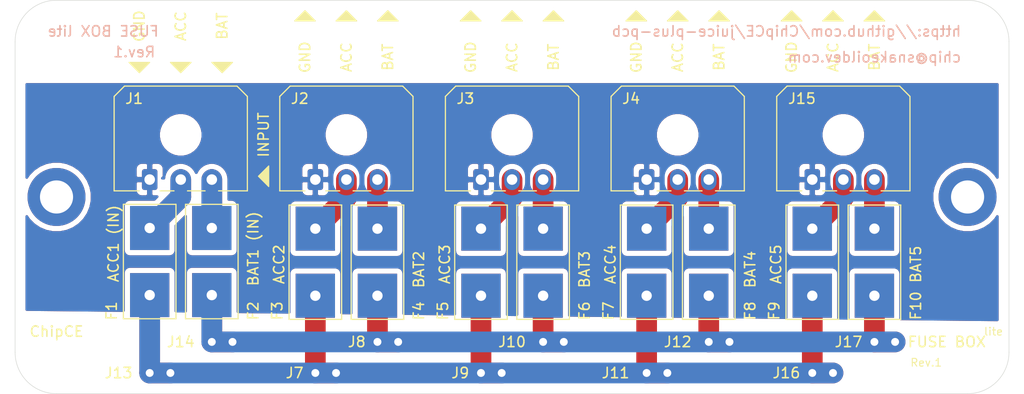
<source format=kicad_pcb>
(kicad_pcb (version 20171130) (host pcbnew 5.1.9+dfsg1-1)

  (general
    (thickness 1.6)
    (drawings 58)
    (tracks 56)
    (zones 0)
    (modules 27)
    (nets 16)
  )

  (page A4)
  (layers
    (0 F.Cu signal)
    (31 B.Cu signal)
    (32 B.Adhes user)
    (33 F.Adhes user)
    (34 B.Paste user)
    (35 F.Paste user)
    (36 B.SilkS user)
    (37 F.SilkS user)
    (38 B.Mask user)
    (39 F.Mask user)
    (40 Dwgs.User user)
    (41 Cmts.User user)
    (42 Eco1.User user)
    (43 Eco2.User user)
    (44 Edge.Cuts user)
    (45 Margin user)
    (46 B.CrtYd user)
    (47 F.CrtYd user)
    (48 B.Fab user)
    (49 F.Fab user)
  )

  (setup
    (last_trace_width 2)
    (user_trace_width 2)
    (trace_clearance 0.2)
    (zone_clearance 0.508)
    (zone_45_only no)
    (trace_min 0.2)
    (via_size 0.8)
    (via_drill 0.4)
    (via_min_size 0.4)
    (via_min_drill 0.3)
    (uvia_size 0.3)
    (uvia_drill 0.1)
    (uvias_allowed no)
    (uvia_min_size 0.2)
    (uvia_min_drill 0.1)
    (edge_width 0.05)
    (segment_width 0.2)
    (pcb_text_width 0.3)
    (pcb_text_size 1.5 1.5)
    (mod_edge_width 0.12)
    (mod_text_size 1 1)
    (mod_text_width 0.15)
    (pad_size 1.524 1.524)
    (pad_drill 0.762)
    (pad_to_mask_clearance 0)
    (aux_axis_origin 0 0)
    (visible_elements FFFFFF7F)
    (pcbplotparams
      (layerselection 0x010fc_ffffffff)
      (usegerberextensions true)
      (usegerberattributes false)
      (usegerberadvancedattributes false)
      (creategerberjobfile false)
      (excludeedgelayer true)
      (linewidth 0.100000)
      (plotframeref false)
      (viasonmask false)
      (mode 1)
      (useauxorigin false)
      (hpglpennumber 1)
      (hpglpenspeed 20)
      (hpglpendiameter 15.000000)
      (psnegative false)
      (psa4output false)
      (plotreference true)
      (plotvalue false)
      (plotinvisibletext false)
      (padsonsilk false)
      (subtractmaskfromsilk true)
      (outputformat 1)
      (mirror false)
      (drillshape 0)
      (scaleselection 1)
      (outputdirectory "gerber/"))
  )

  (net 0 "")
  (net 1 "Net-(F1-Pad2)")
  (net 2 "Net-(F3-Pad1)")
  (net 3 "Net-(F5-Pad1)")
  (net 4 "Net-(F7-Pad1)")
  (net 5 GND)
  (net 6 "Net-(J5-Pad1)")
  (net 7 "Net-(F9-Pad1)")
  (net 8 "Net-(F10-Pad1)")
  (net 9 "Net-(F1-Pad1)")
  (net 10 "Net-(F2-Pad1)")
  (net 11 "Net-(F4-Pad1)")
  (net 12 "Net-(F6-Pad1)")
  (net 13 "Net-(F8-Pad1)")
  (net 14 "Net-(J6-Pad1)")
  (net 15 "Net-(F10-Pad2)")

  (net_class Default "This is the default net class."
    (clearance 0.2)
    (trace_width 0.25)
    (via_dia 0.8)
    (via_drill 0.4)
    (uvia_dia 0.3)
    (uvia_drill 0.1)
    (add_net GND)
    (add_net "Net-(F1-Pad1)")
    (add_net "Net-(F1-Pad2)")
    (add_net "Net-(F10-Pad1)")
    (add_net "Net-(F10-Pad2)")
    (add_net "Net-(F2-Pad1)")
    (add_net "Net-(F3-Pad1)")
    (add_net "Net-(F4-Pad1)")
    (add_net "Net-(F5-Pad1)")
    (add_net "Net-(F6-Pad1)")
    (add_net "Net-(F7-Pad1)")
    (add_net "Net-(F8-Pad1)")
    (add_net "Net-(F9-Pad1)")
    (add_net "Net-(J5-Pad1)")
    (add_net "Net-(J6-Pad1)")
  )

  (module Custom_symbols:fuse-smd-thruhole (layer F.Cu) (tedit 6300DA7C) (tstamp 6301D8A8)
    (at 78 121.937 270)
    (path /630640E3)
    (fp_text reference F1 (at 4.063 3.683 90) (layer F.SilkS)
      (effects (font (size 1 1) (thickness 0.15)))
    )
    (fp_text value Fuse (at 0.127 -4.064 90) (layer F.Fab)
      (effects (font (size 1 1) (thickness 0.15)))
    )
    (fp_line (start -6.223 2.54) (end -6.223 -2.54) (layer F.SilkS) (width 0.12))
    (fp_line (start 4.826 2.54) (end -6.223 2.54) (layer F.SilkS) (width 0.12))
    (fp_line (start 4.826 -2.54) (end 4.826 2.54) (layer F.SilkS) (width 0.12))
    (fp_line (start -6.223 -2.54) (end 4.826 -2.54) (layer F.SilkS) (width 0.12))
    (pad 2 thru_hole rect (at 2.54 0 270) (size 4.25 3.8) (drill 1) (layers *.Cu *.Mask)
      (net 1 "Net-(F1-Pad2)"))
    (pad 1 thru_hole rect (at -3.937 0 270) (size 4.25 3.8) (drill 1) (layers *.Cu *.Mask)
      (net 9 "Net-(F1-Pad1)"))
  )

  (module Custom_symbols:fuse-smd-thruhole (layer F.Cu) (tedit 6300DA7C) (tstamp 6301D8B2)
    (at 84 121.937 270)
    (path /63064E2B)
    (fp_text reference F2 (at 4.063 -4 90) (layer F.SilkS)
      (effects (font (size 1 1) (thickness 0.15)))
    )
    (fp_text value Fuse (at 0.127 -4.064 90) (layer F.Fab)
      (effects (font (size 1 1) (thickness 0.15)))
    )
    (fp_line (start -6.223 -2.54) (end 4.826 -2.54) (layer F.SilkS) (width 0.12))
    (fp_line (start 4.826 -2.54) (end 4.826 2.54) (layer F.SilkS) (width 0.12))
    (fp_line (start 4.826 2.54) (end -6.223 2.54) (layer F.SilkS) (width 0.12))
    (fp_line (start -6.223 2.54) (end -6.223 -2.54) (layer F.SilkS) (width 0.12))
    (pad 1 thru_hole rect (at -3.937 0 270) (size 4.25 3.8) (drill 1) (layers *.Cu *.Mask)
      (net 10 "Net-(F2-Pad1)"))
    (pad 2 thru_hole rect (at 2.54 0 270) (size 4.25 3.8) (drill 1) (layers *.Cu *.Mask)
      (net 15 "Net-(F10-Pad2)"))
  )

  (module Custom_symbols:fuse-smd-thruhole (layer F.Cu) (tedit 6300DA7C) (tstamp 6301D8BC)
    (at 94 122 270)
    (path /63067595)
    (fp_text reference F3 (at 4 3.683 90) (layer F.SilkS)
      (effects (font (size 1 1) (thickness 0.15)))
    )
    (fp_text value Fuse (at 0.127 -4.064 90) (layer F.Fab)
      (effects (font (size 1 1) (thickness 0.15)))
    )
    (fp_line (start -6.223 -2.54) (end 4.826 -2.54) (layer F.SilkS) (width 0.12))
    (fp_line (start 4.826 -2.54) (end 4.826 2.54) (layer F.SilkS) (width 0.12))
    (fp_line (start 4.826 2.54) (end -6.223 2.54) (layer F.SilkS) (width 0.12))
    (fp_line (start -6.223 2.54) (end -6.223 -2.54) (layer F.SilkS) (width 0.12))
    (pad 1 thru_hole rect (at -3.937 0 270) (size 4.25 3.8) (drill 1) (layers *.Cu *.Mask)
      (net 2 "Net-(F3-Pad1)"))
    (pad 2 thru_hole rect (at 2.54 0 270) (size 4.25 3.8) (drill 1) (layers *.Cu *.Mask)
      (net 1 "Net-(F1-Pad2)"))
  )

  (module Custom_symbols:fuse-smd-thruhole (layer F.Cu) (tedit 6300DA7C) (tstamp 6301D8C6)
    (at 100 122 270)
    (path /63067A9F)
    (fp_text reference F4 (at 4 -4 90) (layer F.SilkS)
      (effects (font (size 1 1) (thickness 0.15)))
    )
    (fp_text value Fuse (at 0.127 -4.064 90) (layer F.Fab)
      (effects (font (size 1 1) (thickness 0.15)))
    )
    (fp_line (start -6.223 2.54) (end -6.223 -2.54) (layer F.SilkS) (width 0.12))
    (fp_line (start 4.826 2.54) (end -6.223 2.54) (layer F.SilkS) (width 0.12))
    (fp_line (start 4.826 -2.54) (end 4.826 2.54) (layer F.SilkS) (width 0.12))
    (fp_line (start -6.223 -2.54) (end 4.826 -2.54) (layer F.SilkS) (width 0.12))
    (pad 2 thru_hole rect (at 2.54 0 270) (size 4.25 3.8) (drill 1) (layers *.Cu *.Mask)
      (net 15 "Net-(F10-Pad2)"))
    (pad 1 thru_hole rect (at -3.937 0 270) (size 4.25 3.8) (drill 1) (layers *.Cu *.Mask)
      (net 11 "Net-(F4-Pad1)"))
  )

  (module Custom_symbols:fuse-smd-thruhole (layer F.Cu) (tedit 6300DA7C) (tstamp 6301D8D0)
    (at 110 122 270)
    (path /63067D80)
    (fp_text reference F5 (at 4 3.683 90) (layer F.SilkS)
      (effects (font (size 1 1) (thickness 0.15)))
    )
    (fp_text value Fuse (at 0.127 -4.064 90) (layer F.Fab)
      (effects (font (size 1 1) (thickness 0.15)))
    )
    (fp_line (start -6.223 -2.54) (end 4.826 -2.54) (layer F.SilkS) (width 0.12))
    (fp_line (start 4.826 -2.54) (end 4.826 2.54) (layer F.SilkS) (width 0.12))
    (fp_line (start 4.826 2.54) (end -6.223 2.54) (layer F.SilkS) (width 0.12))
    (fp_line (start -6.223 2.54) (end -6.223 -2.54) (layer F.SilkS) (width 0.12))
    (pad 1 thru_hole rect (at -3.937 0 270) (size 4.25 3.8) (drill 1) (layers *.Cu *.Mask)
      (net 3 "Net-(F5-Pad1)"))
    (pad 2 thru_hole rect (at 2.54 0 270) (size 4.25 3.8) (drill 1) (layers *.Cu *.Mask)
      (net 1 "Net-(F1-Pad2)"))
  )

  (module Custom_symbols:fuse-smd-thruhole (layer F.Cu) (tedit 6300DA7C) (tstamp 6301D8DA)
    (at 116 122 270)
    (path /630682F8)
    (fp_text reference F6 (at 4 -4 90) (layer F.SilkS)
      (effects (font (size 1 1) (thickness 0.15)))
    )
    (fp_text value Fuse (at 0.127 -4.064 90) (layer F.Fab)
      (effects (font (size 1 1) (thickness 0.15)))
    )
    (fp_line (start -6.223 2.54) (end -6.223 -2.54) (layer F.SilkS) (width 0.12))
    (fp_line (start 4.826 2.54) (end -6.223 2.54) (layer F.SilkS) (width 0.12))
    (fp_line (start 4.826 -2.54) (end 4.826 2.54) (layer F.SilkS) (width 0.12))
    (fp_line (start -6.223 -2.54) (end 4.826 -2.54) (layer F.SilkS) (width 0.12))
    (pad 2 thru_hole rect (at 2.54 0 270) (size 4.25 3.8) (drill 1) (layers *.Cu *.Mask)
      (net 15 "Net-(F10-Pad2)"))
    (pad 1 thru_hole rect (at -3.937 0 270) (size 4.25 3.8) (drill 1) (layers *.Cu *.Mask)
      (net 12 "Net-(F6-Pad1)"))
  )

  (module Custom_symbols:fuse-smd-thruhole (layer F.Cu) (tedit 6300DA7C) (tstamp 6301D8E4)
    (at 126 122 270)
    (path /63068D0B)
    (fp_text reference F7 (at 4 3.683 90) (layer F.SilkS)
      (effects (font (size 1 1) (thickness 0.15)))
    )
    (fp_text value Fuse (at 0.127 -4.064 90) (layer F.Fab)
      (effects (font (size 1 1) (thickness 0.15)))
    )
    (fp_line (start -6.223 -2.54) (end 4.826 -2.54) (layer F.SilkS) (width 0.12))
    (fp_line (start 4.826 -2.54) (end 4.826 2.54) (layer F.SilkS) (width 0.12))
    (fp_line (start 4.826 2.54) (end -6.223 2.54) (layer F.SilkS) (width 0.12))
    (fp_line (start -6.223 2.54) (end -6.223 -2.54) (layer F.SilkS) (width 0.12))
    (pad 1 thru_hole rect (at -3.937 0 270) (size 4.25 3.8) (drill 1) (layers *.Cu *.Mask)
      (net 4 "Net-(F7-Pad1)"))
    (pad 2 thru_hole rect (at 2.54 0 270) (size 4.25 3.8) (drill 1) (layers *.Cu *.Mask)
      (net 1 "Net-(F1-Pad2)"))
  )

  (module Custom_symbols:fuse-smd-thruhole (layer F.Cu) (tedit 6300DA7C) (tstamp 6301D8EE)
    (at 132 122 270)
    (path /630692C6)
    (fp_text reference F8 (at 4 -4 90) (layer F.SilkS)
      (effects (font (size 1 1) (thickness 0.15)))
    )
    (fp_text value Fuse (at 0.127 -4.064 90) (layer F.Fab)
      (effects (font (size 1 1) (thickness 0.15)))
    )
    (fp_line (start -6.223 2.54) (end -6.223 -2.54) (layer F.SilkS) (width 0.12))
    (fp_line (start 4.826 2.54) (end -6.223 2.54) (layer F.SilkS) (width 0.12))
    (fp_line (start 4.826 -2.54) (end 4.826 2.54) (layer F.SilkS) (width 0.12))
    (fp_line (start -6.223 -2.54) (end 4.826 -2.54) (layer F.SilkS) (width 0.12))
    (pad 2 thru_hole rect (at 2.54 0 270) (size 4.25 3.8) (drill 1) (layers *.Cu *.Mask)
      (net 15 "Net-(F10-Pad2)"))
    (pad 1 thru_hole rect (at -3.937 0 270) (size 4.25 3.8) (drill 1) (layers *.Cu *.Mask)
      (net 13 "Net-(F8-Pad1)"))
  )

  (module Connector_Molex:Molex_Micro-Fit_3.0_43650-0300_1x03_P3.00mm_Horizontal (layer F.Cu) (tedit 5B79A392) (tstamp 6301D90C)
    (at 78 113.32)
    (descr "Molex Micro-Fit 3.0 Connector System, 43650-0300 (compatible alternatives: 43650-0301, 43650-0302), 3 Pins per row (https://www.molex.com/pdm_docs/sd/436500300_sd.pdf), generated with kicad-footprint-generator")
    (tags "connector Molex Micro-Fit_3.0 top entry")
    (path /6300D48F)
    (fp_text reference J1 (at -1.5 -7.82) (layer F.SilkS)
      (effects (font (size 1 1) (thickness 0.15)))
    )
    (fp_text value INPUT (at 3 3.22) (layer F.Fab)
      (effects (font (size 1 1) (thickness 0.15)))
    )
    (fp_line (start 9.82 1.48) (end -3.82 1.48) (layer F.CrtYd) (width 0.05))
    (fp_line (start 9.82 -9.42) (end 9.82 1.48) (layer F.CrtYd) (width 0.05))
    (fp_line (start -3.82 -9.42) (end 9.82 -9.42) (layer F.CrtYd) (width 0.05))
    (fp_line (start -3.82 1.48) (end -3.82 -9.42) (layer F.CrtYd) (width 0.05))
    (fp_line (start 3.651767 1.09) (end 5.348233 1.09) (layer F.SilkS) (width 0.12))
    (fp_line (start 1.01 1.09) (end 2.348233 1.09) (layer F.SilkS) (width 0.12))
    (fp_line (start 9.435 1.09) (end 6.651767 1.09) (layer F.SilkS) (width 0.12))
    (fp_line (start -3.435 1.09) (end -1.01 1.09) (layer F.SilkS) (width 0.12))
    (fp_line (start 9.435 -8.03) (end 9.435 1.09) (layer F.SilkS) (width 0.12))
    (fp_line (start 8.435 -9.03) (end 9.435 -8.03) (layer F.SilkS) (width 0.12))
    (fp_line (start -2.435 -9.03) (end 8.435 -9.03) (layer F.SilkS) (width 0.12))
    (fp_line (start -3.435 -8.03) (end -2.435 -9.03) (layer F.SilkS) (width 0.12))
    (fp_line (start -3.435 1.09) (end -3.435 -8.03) (layer F.SilkS) (width 0.12))
    (fp_line (start 0 0) (end 0.75 0.98) (layer F.Fab) (width 0.1))
    (fp_line (start -0.75 0.98) (end 0 0) (layer F.Fab) (width 0.1))
    (fp_line (start 9.325 0.98) (end -3.325 0.98) (layer F.Fab) (width 0.1))
    (fp_line (start 9.325 -7.92) (end 9.325 0.98) (layer F.Fab) (width 0.1))
    (fp_line (start 8.325 -8.92) (end 9.325 -7.92) (layer F.Fab) (width 0.1))
    (fp_line (start -2.325 -8.92) (end 8.325 -8.92) (layer F.Fab) (width 0.1))
    (fp_line (start -3.325 -7.92) (end -2.325 -8.92) (layer F.Fab) (width 0.1))
    (fp_line (start -3.325 0.98) (end -3.325 -7.92) (layer F.Fab) (width 0.1))
    (fp_text user %R (at 3 -8.22) (layer F.Fab)
      (effects (font (size 1 1) (thickness 0.15)))
    )
    (pad "" np_thru_hole circle (at 3 -4.32) (size 3 3) (drill 3) (layers *.Cu *.Mask))
    (pad 1 thru_hole roundrect (at 0 0) (size 1.5 2.02) (drill 1.02) (layers *.Cu *.Mask) (roundrect_rratio 0.1666666666666667)
      (net 5 GND))
    (pad 2 thru_hole oval (at 3 0) (size 1.5 2.02) (drill 1.02) (layers *.Cu *.Mask)
      (net 9 "Net-(F1-Pad1)"))
    (pad 3 thru_hole oval (at 6 0) (size 1.5 2.02) (drill 1.02) (layers *.Cu *.Mask)
      (net 10 "Net-(F2-Pad1)"))
    (model ${KISYS3DMOD}/Connector_Molex.3dshapes/Molex_Micro-Fit_3.0_43650-0300_1x03_P3.00mm_Horizontal.wrl
      (at (xyz 0 0 0))
      (scale (xyz 1 1 1))
      (rotate (xyz 0 0 0))
    )
  )

  (module Connector_Molex:Molex_Micro-Fit_3.0_43650-0300_1x03_P3.00mm_Horizontal (layer F.Cu) (tedit 5B79A392) (tstamp 6301D92A)
    (at 94 113.32)
    (descr "Molex Micro-Fit 3.0 Connector System, 43650-0300 (compatible alternatives: 43650-0301, 43650-0302), 3 Pins per row (https://www.molex.com/pdm_docs/sd/436500300_sd.pdf), generated with kicad-footprint-generator")
    (tags "connector Molex Micro-Fit_3.0 top entry")
    (path /6300DAE7)
    (fp_text reference J2 (at -1.5 -7.82) (layer F.SilkS)
      (effects (font (size 1 1) (thickness 0.15)))
    )
    (fp_text value OUTPUT1 (at 3 3.22) (layer F.Fab)
      (effects (font (size 1 1) (thickness 0.15)))
    )
    (fp_text user %R (at 3 -8.22) (layer F.Fab)
      (effects (font (size 1 1) (thickness 0.15)))
    )
    (fp_line (start -3.325 0.98) (end -3.325 -7.92) (layer F.Fab) (width 0.1))
    (fp_line (start -3.325 -7.92) (end -2.325 -8.92) (layer F.Fab) (width 0.1))
    (fp_line (start -2.325 -8.92) (end 8.325 -8.92) (layer F.Fab) (width 0.1))
    (fp_line (start 8.325 -8.92) (end 9.325 -7.92) (layer F.Fab) (width 0.1))
    (fp_line (start 9.325 -7.92) (end 9.325 0.98) (layer F.Fab) (width 0.1))
    (fp_line (start 9.325 0.98) (end -3.325 0.98) (layer F.Fab) (width 0.1))
    (fp_line (start -0.75 0.98) (end 0 0) (layer F.Fab) (width 0.1))
    (fp_line (start 0 0) (end 0.75 0.98) (layer F.Fab) (width 0.1))
    (fp_line (start -3.435 1.09) (end -3.435 -8.03) (layer F.SilkS) (width 0.12))
    (fp_line (start -3.435 -8.03) (end -2.435 -9.03) (layer F.SilkS) (width 0.12))
    (fp_line (start -2.435 -9.03) (end 8.435 -9.03) (layer F.SilkS) (width 0.12))
    (fp_line (start 8.435 -9.03) (end 9.435 -8.03) (layer F.SilkS) (width 0.12))
    (fp_line (start 9.435 -8.03) (end 9.435 1.09) (layer F.SilkS) (width 0.12))
    (fp_line (start -3.435 1.09) (end -1.01 1.09) (layer F.SilkS) (width 0.12))
    (fp_line (start 9.435 1.09) (end 6.651767 1.09) (layer F.SilkS) (width 0.12))
    (fp_line (start 1.01 1.09) (end 2.348233 1.09) (layer F.SilkS) (width 0.12))
    (fp_line (start 3.651767 1.09) (end 5.348233 1.09) (layer F.SilkS) (width 0.12))
    (fp_line (start -3.82 1.48) (end -3.82 -9.42) (layer F.CrtYd) (width 0.05))
    (fp_line (start -3.82 -9.42) (end 9.82 -9.42) (layer F.CrtYd) (width 0.05))
    (fp_line (start 9.82 -9.42) (end 9.82 1.48) (layer F.CrtYd) (width 0.05))
    (fp_line (start 9.82 1.48) (end -3.82 1.48) (layer F.CrtYd) (width 0.05))
    (pad 3 thru_hole oval (at 6 0) (size 1.5 2.02) (drill 1.02) (layers *.Cu *.Mask)
      (net 11 "Net-(F4-Pad1)"))
    (pad 2 thru_hole oval (at 3 0) (size 1.5 2.02) (drill 1.02) (layers *.Cu *.Mask)
      (net 2 "Net-(F3-Pad1)"))
    (pad 1 thru_hole roundrect (at 0 0) (size 1.5 2.02) (drill 1.02) (layers *.Cu *.Mask) (roundrect_rratio 0.1666666666666667)
      (net 5 GND))
    (pad "" np_thru_hole circle (at 3 -4.32) (size 3 3) (drill 3) (layers *.Cu *.Mask))
    (model ${KISYS3DMOD}/Connector_Molex.3dshapes/Molex_Micro-Fit_3.0_43650-0300_1x03_P3.00mm_Horizontal.wrl
      (at (xyz 0 0 0))
      (scale (xyz 1 1 1))
      (rotate (xyz 0 0 0))
    )
  )

  (module Connector_Molex:Molex_Micro-Fit_3.0_43650-0300_1x03_P3.00mm_Horizontal (layer F.Cu) (tedit 5B79A392) (tstamp 6301D948)
    (at 110 113.32)
    (descr "Molex Micro-Fit 3.0 Connector System, 43650-0300 (compatible alternatives: 43650-0301, 43650-0302), 3 Pins per row (https://www.molex.com/pdm_docs/sd/436500300_sd.pdf), generated with kicad-footprint-generator")
    (tags "connector Molex Micro-Fit_3.0 top entry")
    (path /6300E2DD)
    (fp_text reference J3 (at -1.5 -7.82) (layer F.SilkS)
      (effects (font (size 1 1) (thickness 0.15)))
    )
    (fp_text value OUTPUT2 (at 3 3.22) (layer F.Fab)
      (effects (font (size 1 1) (thickness 0.15)))
    )
    (fp_line (start 9.82 1.48) (end -3.82 1.48) (layer F.CrtYd) (width 0.05))
    (fp_line (start 9.82 -9.42) (end 9.82 1.48) (layer F.CrtYd) (width 0.05))
    (fp_line (start -3.82 -9.42) (end 9.82 -9.42) (layer F.CrtYd) (width 0.05))
    (fp_line (start -3.82 1.48) (end -3.82 -9.42) (layer F.CrtYd) (width 0.05))
    (fp_line (start 3.651767 1.09) (end 5.348233 1.09) (layer F.SilkS) (width 0.12))
    (fp_line (start 1.01 1.09) (end 2.348233 1.09) (layer F.SilkS) (width 0.12))
    (fp_line (start 9.435 1.09) (end 6.651767 1.09) (layer F.SilkS) (width 0.12))
    (fp_line (start -3.435 1.09) (end -1.01 1.09) (layer F.SilkS) (width 0.12))
    (fp_line (start 9.435 -8.03) (end 9.435 1.09) (layer F.SilkS) (width 0.12))
    (fp_line (start 8.435 -9.03) (end 9.435 -8.03) (layer F.SilkS) (width 0.12))
    (fp_line (start -2.435 -9.03) (end 8.435 -9.03) (layer F.SilkS) (width 0.12))
    (fp_line (start -3.435 -8.03) (end -2.435 -9.03) (layer F.SilkS) (width 0.12))
    (fp_line (start -3.435 1.09) (end -3.435 -8.03) (layer F.SilkS) (width 0.12))
    (fp_line (start 0 0) (end 0.75 0.98) (layer F.Fab) (width 0.1))
    (fp_line (start -0.75 0.98) (end 0 0) (layer F.Fab) (width 0.1))
    (fp_line (start 9.325 0.98) (end -3.325 0.98) (layer F.Fab) (width 0.1))
    (fp_line (start 9.325 -7.92) (end 9.325 0.98) (layer F.Fab) (width 0.1))
    (fp_line (start 8.325 -8.92) (end 9.325 -7.92) (layer F.Fab) (width 0.1))
    (fp_line (start -2.325 -8.92) (end 8.325 -8.92) (layer F.Fab) (width 0.1))
    (fp_line (start -3.325 -7.92) (end -2.325 -8.92) (layer F.Fab) (width 0.1))
    (fp_line (start -3.325 0.98) (end -3.325 -7.92) (layer F.Fab) (width 0.1))
    (fp_text user %R (at 3 -8.22) (layer F.Fab)
      (effects (font (size 1 1) (thickness 0.15)))
    )
    (pad "" np_thru_hole circle (at 3 -4.32) (size 3 3) (drill 3) (layers *.Cu *.Mask))
    (pad 1 thru_hole roundrect (at 0 0) (size 1.5 2.02) (drill 1.02) (layers *.Cu *.Mask) (roundrect_rratio 0.1666666666666667)
      (net 5 GND))
    (pad 2 thru_hole oval (at 3 0) (size 1.5 2.02) (drill 1.02) (layers *.Cu *.Mask)
      (net 3 "Net-(F5-Pad1)"))
    (pad 3 thru_hole oval (at 6 0) (size 1.5 2.02) (drill 1.02) (layers *.Cu *.Mask)
      (net 12 "Net-(F6-Pad1)"))
    (model ${KISYS3DMOD}/Connector_Molex.3dshapes/Molex_Micro-Fit_3.0_43650-0300_1x03_P3.00mm_Horizontal.wrl
      (at (xyz 0 0 0))
      (scale (xyz 1 1 1))
      (rotate (xyz 0 0 0))
    )
  )

  (module Connector_Molex:Molex_Micro-Fit_3.0_43650-0300_1x03_P3.00mm_Horizontal (layer F.Cu) (tedit 5B79A392) (tstamp 6301D966)
    (at 126 113.32)
    (descr "Molex Micro-Fit 3.0 Connector System, 43650-0300 (compatible alternatives: 43650-0301, 43650-0302), 3 Pins per row (https://www.molex.com/pdm_docs/sd/436500300_sd.pdf), generated with kicad-footprint-generator")
    (tags "connector Molex Micro-Fit_3.0 top entry")
    (path /6300E538)
    (fp_text reference J4 (at -1.5 -7.82) (layer F.SilkS)
      (effects (font (size 1 1) (thickness 0.15)))
    )
    (fp_text value OUTPUT3 (at 3 3.22) (layer F.Fab)
      (effects (font (size 1 1) (thickness 0.15)))
    )
    (fp_text user %R (at 3 -8.22) (layer F.Fab)
      (effects (font (size 1 1) (thickness 0.15)))
    )
    (fp_line (start -3.325 0.98) (end -3.325 -7.92) (layer F.Fab) (width 0.1))
    (fp_line (start -3.325 -7.92) (end -2.325 -8.92) (layer F.Fab) (width 0.1))
    (fp_line (start -2.325 -8.92) (end 8.325 -8.92) (layer F.Fab) (width 0.1))
    (fp_line (start 8.325 -8.92) (end 9.325 -7.92) (layer F.Fab) (width 0.1))
    (fp_line (start 9.325 -7.92) (end 9.325 0.98) (layer F.Fab) (width 0.1))
    (fp_line (start 9.325 0.98) (end -3.325 0.98) (layer F.Fab) (width 0.1))
    (fp_line (start -0.75 0.98) (end 0 0) (layer F.Fab) (width 0.1))
    (fp_line (start 0 0) (end 0.75 0.98) (layer F.Fab) (width 0.1))
    (fp_line (start -3.435 1.09) (end -3.435 -8.03) (layer F.SilkS) (width 0.12))
    (fp_line (start -3.435 -8.03) (end -2.435 -9.03) (layer F.SilkS) (width 0.12))
    (fp_line (start -2.435 -9.03) (end 8.435 -9.03) (layer F.SilkS) (width 0.12))
    (fp_line (start 8.435 -9.03) (end 9.435 -8.03) (layer F.SilkS) (width 0.12))
    (fp_line (start 9.435 -8.03) (end 9.435 1.09) (layer F.SilkS) (width 0.12))
    (fp_line (start -3.435 1.09) (end -1.01 1.09) (layer F.SilkS) (width 0.12))
    (fp_line (start 9.435 1.09) (end 6.651767 1.09) (layer F.SilkS) (width 0.12))
    (fp_line (start 1.01 1.09) (end 2.348233 1.09) (layer F.SilkS) (width 0.12))
    (fp_line (start 3.651767 1.09) (end 5.348233 1.09) (layer F.SilkS) (width 0.12))
    (fp_line (start -3.82 1.48) (end -3.82 -9.42) (layer F.CrtYd) (width 0.05))
    (fp_line (start -3.82 -9.42) (end 9.82 -9.42) (layer F.CrtYd) (width 0.05))
    (fp_line (start 9.82 -9.42) (end 9.82 1.48) (layer F.CrtYd) (width 0.05))
    (fp_line (start 9.82 1.48) (end -3.82 1.48) (layer F.CrtYd) (width 0.05))
    (pad 3 thru_hole oval (at 6 0) (size 1.5 2.02) (drill 1.02) (layers *.Cu *.Mask)
      (net 13 "Net-(F8-Pad1)"))
    (pad 2 thru_hole oval (at 3 0) (size 1.5 2.02) (drill 1.02) (layers *.Cu *.Mask)
      (net 4 "Net-(F7-Pad1)"))
    (pad 1 thru_hole roundrect (at 0 0) (size 1.5 2.02) (drill 1.02) (layers *.Cu *.Mask) (roundrect_rratio 0.1666666666666667)
      (net 5 GND))
    (pad "" np_thru_hole circle (at 3 -4.32) (size 3 3) (drill 3) (layers *.Cu *.Mask))
    (model ${KISYS3DMOD}/Connector_Molex.3dshapes/Molex_Micro-Fit_3.0_43650-0300_1x03_P3.00mm_Horizontal.wrl
      (at (xyz 0 0 0))
      (scale (xyz 1 1 1))
      (rotate (xyz 0 0 0))
    )
  )

  (module MountingHole:MountingHole_3.2mm_M3_DIN965_Pad (layer F.Cu) (tedit 56D1B4CB) (tstamp 6301D96E)
    (at 69 115)
    (descr "Mounting Hole 3.2mm, M3, DIN965")
    (tags "mounting hole 3.2mm m3 din965")
    (path /6302E0B3)
    (attr virtual)
    (fp_text reference J5 (at 0 -3.8) (layer F.SilkS) hide
      (effects (font (size 1 1) (thickness 0.15)))
    )
    (fp_text value "Mounting hole" (at 0 3.8) (layer F.Fab)
      (effects (font (size 1 1) (thickness 0.15)))
    )
    (fp_circle (center 0 0) (end 3.05 0) (layer F.CrtYd) (width 0.05))
    (fp_circle (center 0 0) (end 2.8 0) (layer Cmts.User) (width 0.15))
    (fp_text user %R (at 0.3 0) (layer F.Fab)
      (effects (font (size 1 1) (thickness 0.15)))
    )
    (pad 1 thru_hole circle (at 0 0) (size 5.6 5.6) (drill 3.2) (layers *.Cu *.Mask)
      (net 6 "Net-(J5-Pad1)"))
  )

  (module MountingHole:MountingHole_3.2mm_M3_DIN965_Pad (layer F.Cu) (tedit 56D1B4CB) (tstamp 6301D976)
    (at 157 115)
    (descr "Mounting Hole 3.2mm, M3, DIN965")
    (tags "mounting hole 3.2mm m3 din965")
    (path /63055597)
    (attr virtual)
    (fp_text reference J6 (at 0 -3.8) (layer F.SilkS) hide
      (effects (font (size 1 1) (thickness 0.15)))
    )
    (fp_text value "Mounting hole" (at 0 3.8) (layer F.Fab)
      (effects (font (size 1 1) (thickness 0.15)))
    )
    (fp_text user %R (at 0.3 0) (layer F.Fab)
      (effects (font (size 1 1) (thickness 0.15)))
    )
    (fp_circle (center 0 0) (end 2.8 0) (layer Cmts.User) (width 0.15))
    (fp_circle (center 0 0) (end 3.05 0) (layer F.CrtYd) (width 0.05))
    (pad 1 thru_hole circle (at 0 0) (size 5.6 5.6) (drill 3.2) (layers *.Cu *.Mask)
      (net 14 "Net-(J6-Pad1)"))
  )

  (module Custom_symbols:jumper-wire (layer F.Cu) (tedit 6301D482) (tstamp 6301D97C)
    (at 96 132 180)
    (path /6306B22B)
    (fp_text reference J7 (at 4 0) (layer F.SilkS)
      (effects (font (size 1 1) (thickness 0.15)))
    )
    (fp_text value Jumper (at 0 -0.5) (layer F.Fab)
      (effects (font (size 1 1) (thickness 0.15)))
    )
    (pad 1 thru_hole circle (at 0 0 180) (size 1.524 1.524) (drill 0.762) (layers *.Cu *.Mask)
      (net 1 "Net-(F1-Pad2)"))
    (pad 2 thru_hole circle (at 2 0 180) (size 1.524 1.524) (drill 0.762) (layers *.Cu *.Mask)
      (net 1 "Net-(F1-Pad2)"))
  )

  (module Custom_symbols:jumper-wire (layer F.Cu) (tedit 6301D482) (tstamp 6301D982)
    (at 102 129 180)
    (path /63056171)
    (fp_text reference J8 (at 4 0) (layer F.SilkS)
      (effects (font (size 1 1) (thickness 0.15)))
    )
    (fp_text value Jumper (at 0 -0.5) (layer F.Fab)
      (effects (font (size 1 1) (thickness 0.15)))
    )
    (pad 2 thru_hole circle (at 2 0 180) (size 1.524 1.524) (drill 0.762) (layers *.Cu *.Mask)
      (net 15 "Net-(F10-Pad2)"))
    (pad 1 thru_hole circle (at 0 0 180) (size 1.524 1.524) (drill 0.762) (layers *.Cu *.Mask)
      (net 15 "Net-(F10-Pad2)"))
  )

  (module Custom_symbols:jumper-wire (layer F.Cu) (tedit 6301D482) (tstamp 6301D988)
    (at 112 132 180)
    (path /6306FB15)
    (fp_text reference J9 (at 4 0) (layer F.SilkS)
      (effects (font (size 1 1) (thickness 0.15)))
    )
    (fp_text value Jumper (at 0 -0.5) (layer F.Fab)
      (effects (font (size 1 1) (thickness 0.15)))
    )
    (pad 1 thru_hole circle (at 0 0 180) (size 1.524 1.524) (drill 0.762) (layers *.Cu *.Mask)
      (net 1 "Net-(F1-Pad2)"))
    (pad 2 thru_hole circle (at 2 0 180) (size 1.524 1.524) (drill 0.762) (layers *.Cu *.Mask)
      (net 1 "Net-(F1-Pad2)"))
  )

  (module Custom_symbols:jumper-wire (layer F.Cu) (tedit 6301D482) (tstamp 6301D98E)
    (at 118 129 180)
    (path /6306EDE1)
    (fp_text reference J10 (at 5 0) (layer F.SilkS)
      (effects (font (size 1 1) (thickness 0.15)))
    )
    (fp_text value Jumper (at 0 -0.5) (layer F.Fab)
      (effects (font (size 1 1) (thickness 0.15)))
    )
    (pad 2 thru_hole circle (at 2 0 180) (size 1.524 1.524) (drill 0.762) (layers *.Cu *.Mask)
      (net 15 "Net-(F10-Pad2)"))
    (pad 1 thru_hole circle (at 0 0 180) (size 1.524 1.524) (drill 0.762) (layers *.Cu *.Mask)
      (net 15 "Net-(F10-Pad2)"))
  )

  (module Custom_symbols:jumper-wire (layer F.Cu) (tedit 6301D482) (tstamp 6301E09C)
    (at 128 132 180)
    (path /63080FFD)
    (fp_text reference J11 (at 5 0) (layer F.SilkS)
      (effects (font (size 1 1) (thickness 0.15)))
    )
    (fp_text value Jumper (at 0 -0.5) (layer F.Fab)
      (effects (font (size 1 1) (thickness 0.15)))
    )
    (pad 1 thru_hole circle (at 0 0 180) (size 1.524 1.524) (drill 0.762) (layers *.Cu *.Mask)
      (net 1 "Net-(F1-Pad2)"))
    (pad 2 thru_hole circle (at 2 0 180) (size 1.524 1.524) (drill 0.762) (layers *.Cu *.Mask)
      (net 1 "Net-(F1-Pad2)"))
  )

  (module Custom_symbols:jumper-wire (layer F.Cu) (tedit 6301D482) (tstamp 6301E0A2)
    (at 134 129 180)
    (path /6308092E)
    (fp_text reference J12 (at 5 0) (layer F.SilkS)
      (effects (font (size 1 1) (thickness 0.15)))
    )
    (fp_text value Jumper (at 0 -0.5) (layer F.Fab)
      (effects (font (size 1 1) (thickness 0.15)))
    )
    (pad 2 thru_hole circle (at 2 0 180) (size 1.524 1.524) (drill 0.762) (layers *.Cu *.Mask)
      (net 15 "Net-(F10-Pad2)"))
    (pad 1 thru_hole circle (at 0 0 180) (size 1.524 1.524) (drill 0.762) (layers *.Cu *.Mask)
      (net 15 "Net-(F10-Pad2)"))
  )

  (module Custom_symbols:jumper-wire (layer F.Cu) (tedit 6301D482) (tstamp 6301E192)
    (at 78 132)
    (path /63087262)
    (fp_text reference J13 (at -3 0) (layer F.SilkS)
      (effects (font (size 1 1) (thickness 0.15)))
    )
    (fp_text value Jumper (at 0 -0.5) (layer F.Fab)
      (effects (font (size 1 1) (thickness 0.15)))
    )
    (pad 1 thru_hole circle (at 0 0) (size 1.524 1.524) (drill 0.762) (layers *.Cu *.Mask)
      (net 1 "Net-(F1-Pad2)"))
    (pad 2 thru_hole circle (at 2 0) (size 1.524 1.524) (drill 0.762) (layers *.Cu *.Mask)
      (net 1 "Net-(F1-Pad2)"))
  )

  (module Custom_symbols:jumper-wire (layer F.Cu) (tedit 6301D482) (tstamp 6301E198)
    (at 84 129)
    (path /63086B09)
    (fp_text reference J14 (at -3 0) (layer F.SilkS)
      (effects (font (size 1 1) (thickness 0.15)))
    )
    (fp_text value Jumper (at 0 -0.5) (layer F.Fab)
      (effects (font (size 1 1) (thickness 0.15)))
    )
    (pad 2 thru_hole circle (at 2 0) (size 1.524 1.524) (drill 0.762) (layers *.Cu *.Mask)
      (net 15 "Net-(F10-Pad2)"))
    (pad 1 thru_hole circle (at 0 0) (size 1.524 1.524) (drill 0.762) (layers *.Cu *.Mask)
      (net 15 "Net-(F10-Pad2)"))
  )

  (module Custom_symbols:fuse-smd-thruhole (layer F.Cu) (tedit 6300DA7C) (tstamp 63021EA7)
    (at 142 122 270)
    (path /630B546E)
    (fp_text reference F9 (at 4 3.683 90) (layer F.SilkS)
      (effects (font (size 1 1) (thickness 0.15)))
    )
    (fp_text value Fuse (at 0.127 -4.064 90) (layer F.Fab)
      (effects (font (size 1 1) (thickness 0.15)))
    )
    (fp_line (start -6.223 2.54) (end -6.223 -2.54) (layer F.SilkS) (width 0.12))
    (fp_line (start 4.826 2.54) (end -6.223 2.54) (layer F.SilkS) (width 0.12))
    (fp_line (start 4.826 -2.54) (end 4.826 2.54) (layer F.SilkS) (width 0.12))
    (fp_line (start -6.223 -2.54) (end 4.826 -2.54) (layer F.SilkS) (width 0.12))
    (pad 2 thru_hole rect (at 2.54 0 270) (size 4.25 3.8) (drill 1) (layers *.Cu *.Mask)
      (net 1 "Net-(F1-Pad2)"))
    (pad 1 thru_hole rect (at -3.937 0 270) (size 4.25 3.8) (drill 1) (layers *.Cu *.Mask)
      (net 7 "Net-(F9-Pad1)"))
  )

  (module Custom_symbols:fuse-smd-thruhole (layer F.Cu) (tedit 6300DA7C) (tstamp 63021EB1)
    (at 148 122 270)
    (path /630B5814)
    (fp_text reference F10 (at 3.5 -4 90) (layer F.SilkS)
      (effects (font (size 1 1) (thickness 0.15)))
    )
    (fp_text value Fuse (at 0.127 -4.064 90) (layer F.Fab)
      (effects (font (size 1 1) (thickness 0.15)))
    )
    (fp_line (start -6.223 -2.54) (end 4.826 -2.54) (layer F.SilkS) (width 0.12))
    (fp_line (start 4.826 -2.54) (end 4.826 2.54) (layer F.SilkS) (width 0.12))
    (fp_line (start 4.826 2.54) (end -6.223 2.54) (layer F.SilkS) (width 0.12))
    (fp_line (start -6.223 2.54) (end -6.223 -2.54) (layer F.SilkS) (width 0.12))
    (pad 1 thru_hole rect (at -3.937 0 270) (size 4.25 3.8) (drill 1) (layers *.Cu *.Mask)
      (net 8 "Net-(F10-Pad1)"))
    (pad 2 thru_hole rect (at 2.54 0 270) (size 4.25 3.8) (drill 1) (layers *.Cu *.Mask)
      (net 15 "Net-(F10-Pad2)"))
  )

  (module Connector_Molex:Molex_Micro-Fit_3.0_43650-0300_1x03_P3.00mm_Horizontal (layer F.Cu) (tedit 5B79A392) (tstamp 63021ECF)
    (at 142 113.32)
    (descr "Molex Micro-Fit 3.0 Connector System, 43650-0300 (compatible alternatives: 43650-0301, 43650-0302), 3 Pins per row (https://www.molex.com/pdm_docs/sd/436500300_sd.pdf), generated with kicad-footprint-generator")
    (tags "connector Molex Micro-Fit_3.0 top entry")
    (path /630B49EE)
    (fp_text reference J15 (at -1 -7.82) (layer F.SilkS)
      (effects (font (size 1 1) (thickness 0.15)))
    )
    (fp_text value OUTPUT4 (at 3 3.22) (layer F.Fab)
      (effects (font (size 1 1) (thickness 0.15)))
    )
    (fp_line (start 9.82 1.48) (end -3.82 1.48) (layer F.CrtYd) (width 0.05))
    (fp_line (start 9.82 -9.42) (end 9.82 1.48) (layer F.CrtYd) (width 0.05))
    (fp_line (start -3.82 -9.42) (end 9.82 -9.42) (layer F.CrtYd) (width 0.05))
    (fp_line (start -3.82 1.48) (end -3.82 -9.42) (layer F.CrtYd) (width 0.05))
    (fp_line (start 3.651767 1.09) (end 5.348233 1.09) (layer F.SilkS) (width 0.12))
    (fp_line (start 1.01 1.09) (end 2.348233 1.09) (layer F.SilkS) (width 0.12))
    (fp_line (start 9.435 1.09) (end 6.651767 1.09) (layer F.SilkS) (width 0.12))
    (fp_line (start -3.435 1.09) (end -1.01 1.09) (layer F.SilkS) (width 0.12))
    (fp_line (start 9.435 -8.03) (end 9.435 1.09) (layer F.SilkS) (width 0.12))
    (fp_line (start 8.435 -9.03) (end 9.435 -8.03) (layer F.SilkS) (width 0.12))
    (fp_line (start -2.435 -9.03) (end 8.435 -9.03) (layer F.SilkS) (width 0.12))
    (fp_line (start -3.435 -8.03) (end -2.435 -9.03) (layer F.SilkS) (width 0.12))
    (fp_line (start -3.435 1.09) (end -3.435 -8.03) (layer F.SilkS) (width 0.12))
    (fp_line (start 0 0) (end 0.75 0.98) (layer F.Fab) (width 0.1))
    (fp_line (start -0.75 0.98) (end 0 0) (layer F.Fab) (width 0.1))
    (fp_line (start 9.325 0.98) (end -3.325 0.98) (layer F.Fab) (width 0.1))
    (fp_line (start 9.325 -7.92) (end 9.325 0.98) (layer F.Fab) (width 0.1))
    (fp_line (start 8.325 -8.92) (end 9.325 -7.92) (layer F.Fab) (width 0.1))
    (fp_line (start -2.325 -8.92) (end 8.325 -8.92) (layer F.Fab) (width 0.1))
    (fp_line (start -3.325 -7.92) (end -2.325 -8.92) (layer F.Fab) (width 0.1))
    (fp_line (start -3.325 0.98) (end -3.325 -7.92) (layer F.Fab) (width 0.1))
    (fp_text user %R (at 3 -8.22) (layer F.Fab)
      (effects (font (size 1 1) (thickness 0.15)))
    )
    (pad "" np_thru_hole circle (at 3 -4.32) (size 3 3) (drill 3) (layers *.Cu *.Mask))
    (pad 1 thru_hole roundrect (at 0 0) (size 1.5 2.02) (drill 1.02) (layers *.Cu *.Mask) (roundrect_rratio 0.1666666666666667)
      (net 5 GND))
    (pad 2 thru_hole oval (at 3 0) (size 1.5 2.02) (drill 1.02) (layers *.Cu *.Mask)
      (net 7 "Net-(F9-Pad1)"))
    (pad 3 thru_hole oval (at 6 0) (size 1.5 2.02) (drill 1.02) (layers *.Cu *.Mask)
      (net 8 "Net-(F10-Pad1)"))
    (model ${KISYS3DMOD}/Connector_Molex.3dshapes/Molex_Micro-Fit_3.0_43650-0300_1x03_P3.00mm_Horizontal.wrl
      (at (xyz 0 0 0))
      (scale (xyz 1 1 1))
      (rotate (xyz 0 0 0))
    )
  )

  (module Custom_symbols:jumper-wire (layer F.Cu) (tedit 6301D482) (tstamp 63021ED5)
    (at 142 132)
    (path /630B84C5)
    (fp_text reference J16 (at -2.5 0) (layer F.SilkS)
      (effects (font (size 1 1) (thickness 0.15)))
    )
    (fp_text value Jumper (at 0 -0.5) (layer F.Fab)
      (effects (font (size 1 1) (thickness 0.15)))
    )
    (pad 1 thru_hole circle (at 0 0) (size 1.524 1.524) (drill 0.762) (layers *.Cu *.Mask)
      (net 1 "Net-(F1-Pad2)"))
    (pad 2 thru_hole circle (at 2 0) (size 1.524 1.524) (drill 0.762) (layers *.Cu *.Mask)
      (net 1 "Net-(F1-Pad2)"))
  )

  (module Custom_symbols:jumper-wire (layer F.Cu) (tedit 6301D482) (tstamp 63021EDB)
    (at 148 129)
    (path /630B7BD0)
    (fp_text reference J17 (at -2.5 0) (layer F.SilkS)
      (effects (font (size 1 1) (thickness 0.15)))
    )
    (fp_text value Jumper (at 0 -0.5) (layer F.Fab)
      (effects (font (size 1 1) (thickness 0.15)))
    )
    (pad 2 thru_hole circle (at 2 0) (size 1.524 1.524) (drill 0.762) (layers *.Cu *.Mask)
      (net 15 "Net-(F10-Pad2)"))
    (pad 1 thru_hole circle (at 0 0) (size 1.524 1.524) (drill 0.762) (layers *.Cu *.Mask)
      (net 15 "Net-(F10-Pad2)"))
  )

  (gr_text Rev.1 (at 76.5 101) (layer B.SilkS)
    (effects (font (size 1 1) (thickness 0.15)) (justify mirror))
  )
  (gr_text "FUSE BOX lite" (at 73.5 99) (layer B.SilkS)
    (effects (font (size 1 1) (thickness 0.15)) (justify mirror))
  )
  (gr_text chip@snakeoildev.com (at 148 101.5) (layer B.SilkS)
    (effects (font (size 1 1) (thickness 0.15)) (justify mirror))
  )
  (gr_text https://github.com/ChipCE/juice-plus-pcb (at 139.5 99) (layer B.SilkS)
    (effects (font (size 1 1) (thickness 0.15)) (justify mirror))
  )
  (gr_text ChipCE (at 69 128) (layer F.SilkS)
    (effects (font (size 1 1) (thickness 0.15)))
  )
  (gr_text Rev.1 (at 153 131) (layer F.SilkS)
    (effects (font (size 0.75 0.75) (thickness 0.1)))
  )
  (gr_text lite (at 159.5 128) (layer F.SilkS)
    (effects (font (size 0.75 0.75) (thickness 0.1)))
  )
  (gr_text "FUSE BOX" (at 155 129) (layer F.SilkS)
    (effects (font (size 1 1) (thickness 0.15)))
  )
  (gr_text BAT5 (at 152 121.5 90) (layer F.SilkS)
    (effects (font (size 1 1) (thickness 0.15)))
  )
  (gr_text ACC5 (at 138.5 121.5 90) (layer F.SilkS)
    (effects (font (size 1 1) (thickness 0.15)))
  )
  (gr_line (start 69 96) (end 157 96) (layer Edge.Cuts) (width 0.05) (tstamp 6302224E))
  (gr_line (start 65 130) (end 65 100) (layer Edge.Cuts) (width 0.05) (tstamp 6302224D))
  (gr_line (start 157 134) (end 69 134) (layer Edge.Cuts) (width 0.05) (tstamp 6302224C))
  (gr_line (start 161 100) (end 161 130) (layer Edge.Cuts) (width 0.05) (tstamp 6302224B))
  (gr_arc (start 69 130) (end 65 130) (angle -90) (layer Edge.Cuts) (width 0.05))
  (gr_arc (start 157 130) (end 157 134) (angle -90) (layer Edge.Cuts) (width 0.05))
  (gr_arc (start 157 100) (end 161 100) (angle -90) (layer Edge.Cuts) (width 0.05))
  (gr_arc (start 69 100) (end 69 96) (angle -90) (layer Edge.Cuts) (width 0.05))
  (gr_text BAT (at 148 101.5 90) (layer F.SilkS)
    (effects (font (size 1 1) (thickness 0.15)))
  )
  (gr_text ACC (at 144 101.5 90) (layer F.SilkS)
    (effects (font (size 1 1) (thickness 0.15)))
  )
  (gr_text GND (at 140 101.5 90) (layer F.SilkS)
    (effects (font (size 1 1) (thickness 0.15)))
  )
  (gr_poly (pts (xy 149 98) (xy 147 98) (xy 148 97)) (layer F.SilkS) (width 0.1))
  (gr_poly (pts (xy 145 98) (xy 143 98) (xy 144 97)) (layer F.SilkS) (width 0.1))
  (gr_poly (pts (xy 141 98) (xy 139 98) (xy 140 97)) (layer F.SilkS) (width 0.1))
  (gr_text BAT4 (at 136 122 90) (layer F.SilkS)
    (effects (font (size 1 1) (thickness 0.15)))
  )
  (gr_text BAT3 (at 120 122 90) (layer F.SilkS)
    (effects (font (size 1 1) (thickness 0.15)))
  )
  (gr_text BAT2 (at 104 122 90) (layer F.SilkS)
    (effects (font (size 1 1) (thickness 0.15)))
  )
  (gr_text ACC4 (at 122.5 121.5 90) (layer F.SilkS)
    (effects (font (size 1 1) (thickness 0.15)))
  )
  (gr_text ACC3 (at 106.5 121.5 90) (layer F.SilkS)
    (effects (font (size 1 1) (thickness 0.15)))
  )
  (gr_text ACC2 (at 90.5 121.5 90) (layer F.SilkS)
    (effects (font (size 1 1) (thickness 0.15)))
  )
  (gr_text "BAT1 (IN)" (at 88 120 90) (layer F.SilkS)
    (effects (font (size 1 1) (thickness 0.15)))
  )
  (gr_text "ACC1 (IN)" (at 74.5 119.5 90) (layer F.SilkS)
    (effects (font (size 1 1) (thickness 0.15)))
  )
  (gr_text BAT (at 133 101.5 90) (layer F.SilkS)
    (effects (font (size 1 1) (thickness 0.15)))
  )
  (gr_text BAT (at 117 101.5 90) (layer F.SilkS)
    (effects (font (size 1 1) (thickness 0.15)))
  )
  (gr_text BAT (at 101 101.5 90) (layer F.SilkS)
    (effects (font (size 1 1) (thickness 0.15)))
  )
  (gr_text ACC (at 129 101.5 90) (layer F.SilkS)
    (effects (font (size 1 1) (thickness 0.15)))
  )
  (gr_text ACC (at 113 101.5 90) (layer F.SilkS)
    (effects (font (size 1 1) (thickness 0.15)))
  )
  (gr_text ACC (at 97 101.5 90) (layer F.SilkS)
    (effects (font (size 1 1) (thickness 0.15)))
  )
  (gr_text GND (at 125 101.5 90) (layer F.SilkS)
    (effects (font (size 1 1) (thickness 0.15)))
  )
  (gr_text GND (at 109 101.5 90) (layer F.SilkS)
    (effects (font (size 1 1) (thickness 0.15)))
  )
  (gr_text GND (at 93 101.5 90) (layer F.SilkS)
    (effects (font (size 1 1) (thickness 0.15)))
  )
  (gr_text BAT (at 85 98.5 90) (layer F.SilkS)
    (effects (font (size 1 1) (thickness 0.15)))
  )
  (gr_text ACC (at 81 98.5 90) (layer F.SilkS)
    (effects (font (size 1 1) (thickness 0.15)))
  )
  (gr_text GND (at 77 98.5 90) (layer F.SilkS)
    (effects (font (size 1 1) (thickness 0.15)))
  )
  (gr_text INPUT (at 89 109 90) (layer F.SilkS)
    (effects (font (size 1 1) (thickness 0.15)))
  )
  (gr_poly (pts (xy 89.5 114) (xy 88.5 113) (xy 89.5 112)) (layer F.SilkS) (width 0.1))
  (gr_poly (pts (xy 134 98) (xy 132 98) (xy 133 97)) (layer F.SilkS) (width 0.1))
  (gr_poly (pts (xy 130 98) (xy 128 98) (xy 129 97)) (layer F.SilkS) (width 0.1))
  (gr_poly (pts (xy 126 98) (xy 124 98) (xy 125 97)) (layer F.SilkS) (width 0.1))
  (gr_poly (pts (xy 118 98) (xy 116 98) (xy 117 97)) (layer F.SilkS) (width 0.1))
  (gr_poly (pts (xy 114 98) (xy 112 98) (xy 113 97)) (layer F.SilkS) (width 0.1))
  (gr_poly (pts (xy 110 98) (xy 108 98) (xy 109 97)) (layer F.SilkS) (width 0.1))
  (gr_poly (pts (xy 102 98) (xy 100 98) (xy 101 97)) (layer F.SilkS) (width 0.1))
  (gr_poly (pts (xy 98 98) (xy 96 98) (xy 97 97)) (layer F.SilkS) (width 0.1))
  (gr_poly (pts (xy 94 98) (xy 92 98) (xy 93 97)) (layer F.SilkS) (width 0.1))
  (gr_poly (pts (xy 85 103) (xy 84 102) (xy 86 102)) (layer F.SilkS) (width 0.1))
  (gr_poly (pts (xy 81 103) (xy 80 102) (xy 82 102)) (layer F.SilkS) (width 0.1))
  (gr_poly (pts (xy 77 103) (xy 76 102) (xy 78 102)) (layer F.SilkS) (width 0.1))

  (segment (start 97 115.063) (end 97 113.32) (width 2) (layer F.Cu) (net 2))
  (segment (start 94 118.063) (end 97 115.063) (width 2) (layer F.Cu) (net 2))
  (segment (start 113 115.063) (end 113 113.32) (width 2) (layer F.Cu) (net 3))
  (segment (start 110 118.063) (end 113 115.063) (width 2) (layer F.Cu) (net 3))
  (segment (start 129 115.063) (end 129 113.32) (width 2) (layer F.Cu) (net 4))
  (segment (start 126 118.063) (end 129 115.063) (width 2) (layer F.Cu) (net 4))
  (segment (start 100 124.54) (end 100 129) (width 2) (layer F.Cu) (net 15))
  (segment (start 100 129) (end 102 129) (width 2) (layer F.Cu) (net 15))
  (segment (start 100 129) (end 102 129) (width 2) (layer B.Cu) (net 15))
  (segment (start 116 124.54) (end 116 129) (width 2) (layer F.Cu) (net 15))
  (segment (start 116 129) (end 118 129) (width 2) (layer F.Cu) (net 15))
  (segment (start 116 129) (end 118 129) (width 2) (layer B.Cu) (net 15))
  (segment (start 132 124.54) (end 132 129) (width 2) (layer F.Cu) (net 15))
  (segment (start 132 129) (end 134 129) (width 2) (layer F.Cu) (net 15))
  (segment (start 132 129) (end 134 129) (width 2) (layer B.Cu) (net 15))
  (segment (start 100 118.063) (end 100 113.32) (width 2) (layer F.Cu) (net 11))
  (segment (start 110 124.54) (end 110 132) (width 2) (layer F.Cu) (net 1))
  (segment (start 110 132) (end 112 132) (width 2) (layer F.Cu) (net 1))
  (segment (start 110 132) (end 112 132) (width 2) (layer B.Cu) (net 1))
  (segment (start 116 118.063) (end 116 113.32) (width 2) (layer F.Cu) (net 12))
  (segment (start 126 124.54) (end 126 132) (width 2) (layer F.Cu) (net 1))
  (segment (start 128 132) (end 126 132) (width 2) (layer F.Cu) (net 1))
  (segment (start 126 132) (end 128 132) (width 2) (layer B.Cu) (net 1))
  (segment (start 132 118.063) (end 132 113.32) (width 2) (layer F.Cu) (net 13))
  (segment (start 94 124.54) (end 94 132) (width 2) (layer F.Cu) (net 1))
  (segment (start 94 132) (end 96 132) (width 2) (layer F.Cu) (net 1))
  (segment (start 94 132) (end 96 132) (width 2) (layer B.Cu) (net 1))
  (segment (start 96 132) (end 110 132) (width 2) (layer B.Cu) (net 1))
  (segment (start 112 132) (end 126 132) (width 2) (layer B.Cu) (net 1))
  (segment (start 78 124.477) (end 78 132) (width 2) (layer F.Cu) (net 1))
  (segment (start 78 132) (end 80 132) (width 2) (layer F.Cu) (net 1))
  (segment (start 142 124.54) (end 142 132) (width 2) (layer F.Cu) (net 1))
  (segment (start 142 132) (end 144 132) (width 2) (layer F.Cu) (net 1))
  (segment (start 78 124.477) (end 78 132) (width 2) (layer B.Cu) (net 1))
  (segment (start 78 132) (end 80 132) (width 2) (layer B.Cu) (net 1))
  (segment (start 80 132) (end 94 132) (width 2) (layer B.Cu) (net 1))
  (segment (start 128 132) (end 144 132) (width 2) (layer B.Cu) (net 1))
  (segment (start 145 115.063) (end 142 118.063) (width 2) (layer F.Cu) (net 7))
  (segment (start 145 113.32) (end 145 115.063) (width 2) (layer F.Cu) (net 7))
  (segment (start 148 113.32) (end 148 118.063) (width 2) (layer F.Cu) (net 8))
  (segment (start 81 115) (end 81 113.32) (width 2) (layer F.Cu) (net 9))
  (segment (start 78 118) (end 81 115) (width 2) (layer F.Cu) (net 9))
  (segment (start 81 115) (end 78 118) (width 2) (layer B.Cu) (net 9))
  (segment (start 81 113.32) (end 81 115) (width 2) (layer B.Cu) (net 9))
  (segment (start 84 118) (end 84 113.32) (width 2) (layer F.Cu) (net 10))
  (segment (start 84 113.32) (end 84 118) (width 2) (layer B.Cu) (net 10))
  (segment (start 102 129) (end 116 129) (width 2) (layer B.Cu) (net 15))
  (segment (start 118 129) (end 132 129) (width 2) (layer B.Cu) (net 15))
  (segment (start 84 124.477) (end 84 129) (width 2) (layer F.Cu) (net 15))
  (segment (start 84 129) (end 86 129) (width 2) (layer F.Cu) (net 15))
  (segment (start 148 124.54) (end 148 129) (width 2) (layer F.Cu) (net 15))
  (segment (start 148 129) (end 150 129) (width 2) (layer F.Cu) (net 15))
  (segment (start 84 124.477) (end 84 129) (width 2) (layer B.Cu) (net 15))
  (segment (start 84 129) (end 86 129) (width 2) (layer B.Cu) (net 15))
  (segment (start 86 129) (end 100 129) (width 2) (layer B.Cu) (net 15))
  (segment (start 134 129) (end 150 129) (width 2) (layer B.Cu) (net 15))

  (zone (net 5) (net_name GND) (layer F.Cu) (tstamp 630226E2) (hatch edge 0.508)
    (connect_pads (clearance 0.508))
    (min_thickness 0.254)
    (fill yes (arc_segments 32) (thermal_gap 0.508) (thermal_bridge_width 0.508))
    (polygon
      (pts
        (xy 160 127) (xy 66 126) (xy 66 104) (xy 160 104)
      )
    )
    (filled_polygon
      (pts
        (xy 159.873 113.116913) (xy 159.668138 112.810315) (xy 159.189685 112.331862) (xy 158.627082 111.955943) (xy 158.001952 111.697006)
        (xy 157.338318 111.565) (xy 156.661682 111.565) (xy 155.998048 111.697006) (xy 155.372918 111.955943) (xy 154.810315 112.331862)
        (xy 154.331862 112.810315) (xy 153.955943 113.372918) (xy 153.697006 113.998048) (xy 153.565 114.661682) (xy 153.565 115.338318)
        (xy 153.697006 116.001952) (xy 153.955943 116.627082) (xy 154.331862 117.189685) (xy 154.810315 117.668138) (xy 155.372918 118.044057)
        (xy 155.998048 118.302994) (xy 156.661682 118.435) (xy 157.338318 118.435) (xy 158.001952 118.302994) (xy 158.627082 118.044057)
        (xy 159.189685 117.668138) (xy 159.668138 117.189685) (xy 159.873 116.883087) (xy 159.873 126.871642) (xy 150.527512 126.772222)
        (xy 150.538072 126.665) (xy 150.538072 122.415) (xy 150.525812 122.290518) (xy 150.489502 122.17082) (xy 150.430537 122.060506)
        (xy 150.351185 121.963815) (xy 150.254494 121.884463) (xy 150.14418 121.825498) (xy 150.024482 121.789188) (xy 149.9 121.776928)
        (xy 146.1 121.776928) (xy 145.975518 121.789188) (xy 145.85582 121.825498) (xy 145.745506 121.884463) (xy 145.648815 121.963815)
        (xy 145.569463 122.060506) (xy 145.510498 122.17082) (xy 145.474188 122.290518) (xy 145.461928 122.415) (xy 145.461928 126.665)
        (xy 145.467186 126.718389) (xy 144.533792 126.708459) (xy 144.538072 126.665) (xy 144.538072 122.415) (xy 144.525812 122.290518)
        (xy 144.489502 122.17082) (xy 144.430537 122.060506) (xy 144.351185 121.963815) (xy 144.254494 121.884463) (xy 144.14418 121.825498)
        (xy 144.024482 121.789188) (xy 143.9 121.776928) (xy 140.1 121.776928) (xy 139.975518 121.789188) (xy 139.85582 121.825498)
        (xy 139.745506 121.884463) (xy 139.648815 121.963815) (xy 139.569463 122.060506) (xy 139.510498 122.17082) (xy 139.474188 122.290518)
        (xy 139.461928 122.415) (xy 139.461928 126.654503) (xy 134.538072 126.602121) (xy 134.538072 122.415) (xy 134.525812 122.290518)
        (xy 134.489502 122.17082) (xy 134.430537 122.060506) (xy 134.351185 121.963815) (xy 134.254494 121.884463) (xy 134.14418 121.825498)
        (xy 134.024482 121.789188) (xy 133.9 121.776928) (xy 130.1 121.776928) (xy 129.975518 121.789188) (xy 129.85582 121.825498)
        (xy 129.745506 121.884463) (xy 129.648815 121.963815) (xy 129.569463 122.060506) (xy 129.510498 122.17082) (xy 129.474188 122.290518)
        (xy 129.461928 122.415) (xy 129.461928 126.54812) (xy 128.538072 126.538292) (xy 128.538072 122.415) (xy 128.525812 122.290518)
        (xy 128.489502 122.17082) (xy 128.430537 122.060506) (xy 128.351185 121.963815) (xy 128.254494 121.884463) (xy 128.14418 121.825498)
        (xy 128.024482 121.789188) (xy 127.9 121.776928) (xy 124.1 121.776928) (xy 123.975518 121.789188) (xy 123.85582 121.825498)
        (xy 123.745506 121.884463) (xy 123.648815 121.963815) (xy 123.569463 122.060506) (xy 123.510498 122.17082) (xy 123.474188 122.290518)
        (xy 123.461928 122.415) (xy 123.461928 126.48429) (xy 118.538072 126.431909) (xy 118.538072 122.415) (xy 118.525812 122.290518)
        (xy 118.489502 122.17082) (xy 118.430537 122.060506) (xy 118.351185 121.963815) (xy 118.254494 121.884463) (xy 118.14418 121.825498)
        (xy 118.024482 121.789188) (xy 117.9 121.776928) (xy 114.1 121.776928) (xy 113.975518 121.789188) (xy 113.85582 121.825498)
        (xy 113.745506 121.884463) (xy 113.648815 121.963815) (xy 113.569463 122.060506) (xy 113.510498 122.17082) (xy 113.474188 122.290518)
        (xy 113.461928 122.415) (xy 113.461928 126.377907) (xy 112.538072 126.368079) (xy 112.538072 122.415) (xy 112.525812 122.290518)
        (xy 112.489502 122.17082) (xy 112.430537 122.060506) (xy 112.351185 121.963815) (xy 112.254494 121.884463) (xy 112.14418 121.825498)
        (xy 112.024482 121.789188) (xy 111.9 121.776928) (xy 108.1 121.776928) (xy 107.975518 121.789188) (xy 107.85582 121.825498)
        (xy 107.745506 121.884463) (xy 107.648815 121.963815) (xy 107.569463 122.060506) (xy 107.510498 122.17082) (xy 107.474188 122.290518)
        (xy 107.461928 122.415) (xy 107.461928 126.314077) (xy 102.538072 126.261696) (xy 102.538072 122.415) (xy 102.525812 122.290518)
        (xy 102.489502 122.17082) (xy 102.430537 122.060506) (xy 102.351185 121.963815) (xy 102.254494 121.884463) (xy 102.14418 121.825498)
        (xy 102.024482 121.789188) (xy 101.9 121.776928) (xy 98.1 121.776928) (xy 97.975518 121.789188) (xy 97.85582 121.825498)
        (xy 97.745506 121.884463) (xy 97.648815 121.963815) (xy 97.569463 122.060506) (xy 97.510498 122.17082) (xy 97.474188 122.290518)
        (xy 97.461928 122.415) (xy 97.461928 126.207694) (xy 96.538072 126.197866) (xy 96.538072 122.415) (xy 96.525812 122.290518)
        (xy 96.489502 122.17082) (xy 96.430537 122.060506) (xy 96.351185 121.963815) (xy 96.254494 121.884463) (xy 96.14418 121.825498)
        (xy 96.024482 121.789188) (xy 95.9 121.776928) (xy 92.1 121.776928) (xy 91.975518 121.789188) (xy 91.85582 121.825498)
        (xy 91.745506 121.884463) (xy 91.648815 121.963815) (xy 91.569463 122.060506) (xy 91.510498 122.17082) (xy 91.474188 122.290518)
        (xy 91.461928 122.415) (xy 91.461928 126.143865) (xy 86.538072 126.091483) (xy 86.538072 122.352) (xy 86.525812 122.227518)
        (xy 86.489502 122.10782) (xy 86.430537 121.997506) (xy 86.351185 121.900815) (xy 86.254494 121.821463) (xy 86.14418 121.762498)
        (xy 86.024482 121.726188) (xy 85.9 121.713928) (xy 82.1 121.713928) (xy 81.975518 121.726188) (xy 81.85582 121.762498)
        (xy 81.745506 121.821463) (xy 81.648815 121.900815) (xy 81.569463 121.997506) (xy 81.510498 122.10782) (xy 81.474188 122.227518)
        (xy 81.461928 122.352) (xy 81.461928 126.037482) (xy 80.538072 126.027653) (xy 80.538072 122.352) (xy 80.525812 122.227518)
        (xy 80.489502 122.10782) (xy 80.430537 121.997506) (xy 80.351185 121.900815) (xy 80.254494 121.821463) (xy 80.14418 121.762498)
        (xy 80.024482 121.726188) (xy 79.9 121.713928) (xy 76.1 121.713928) (xy 75.975518 121.726188) (xy 75.85582 121.762498)
        (xy 75.745506 121.821463) (xy 75.648815 121.900815) (xy 75.569463 121.997506) (xy 75.510498 122.10782) (xy 75.474188 122.227518)
        (xy 75.461928 122.352) (xy 75.461928 125.973652) (xy 66.127 125.874344) (xy 66.127 116.883087) (xy 66.331862 117.189685)
        (xy 66.810315 117.668138) (xy 67.372918 118.044057) (xy 67.998048 118.302994) (xy 68.661682 118.435) (xy 69.338318 118.435)
        (xy 70.001952 118.302994) (xy 70.627082 118.044057) (xy 71.189685 117.668138) (xy 71.668138 117.189685) (xy 72.044057 116.627082)
        (xy 72.302994 116.001952) (xy 72.328246 115.875) (xy 75.461928 115.875) (xy 75.461928 120.125) (xy 75.474188 120.249482)
        (xy 75.510498 120.36918) (xy 75.569463 120.479494) (xy 75.648815 120.576185) (xy 75.745506 120.655537) (xy 75.85582 120.714502)
        (xy 75.975518 120.750812) (xy 76.1 120.763072) (xy 79.9 120.763072) (xy 80.024482 120.750812) (xy 80.14418 120.714502)
        (xy 80.254494 120.655537) (xy 80.351185 120.576185) (xy 80.430537 120.479494) (xy 80.489502 120.36918) (xy 80.525812 120.249482)
        (xy 80.538072 120.125) (xy 80.538072 117.774167) (xy 81.461928 116.850312) (xy 81.461928 120.125) (xy 81.474188 120.249482)
        (xy 81.510498 120.36918) (xy 81.569463 120.479494) (xy 81.648815 120.576185) (xy 81.745506 120.655537) (xy 81.85582 120.714502)
        (xy 81.975518 120.750812) (xy 82.1 120.763072) (xy 85.9 120.763072) (xy 86.024482 120.750812) (xy 86.14418 120.714502)
        (xy 86.254494 120.655537) (xy 86.351185 120.576185) (xy 86.430537 120.479494) (xy 86.489502 120.36918) (xy 86.525812 120.249482)
        (xy 86.538072 120.125) (xy 86.538072 115.938) (xy 91.461928 115.938) (xy 91.461928 120.188) (xy 91.474188 120.312482)
        (xy 91.510498 120.43218) (xy 91.569463 120.542494) (xy 91.648815 120.639185) (xy 91.745506 120.718537) (xy 91.85582 120.777502)
        (xy 91.975518 120.813812) (xy 92.1 120.826072) (xy 95.9 120.826072) (xy 96.024482 120.813812) (xy 96.14418 120.777502)
        (xy 96.254494 120.718537) (xy 96.351185 120.639185) (xy 96.430537 120.542494) (xy 96.489502 120.43218) (xy 96.525812 120.312482)
        (xy 96.538072 120.188) (xy 96.538072 117.837167) (xy 97.461928 116.913312) (xy 97.461928 120.188) (xy 97.474188 120.312482)
        (xy 97.510498 120.43218) (xy 97.569463 120.542494) (xy 97.648815 120.639185) (xy 97.745506 120.718537) (xy 97.85582 120.777502)
        (xy 97.975518 120.813812) (xy 98.1 120.826072) (xy 101.9 120.826072) (xy 102.024482 120.813812) (xy 102.14418 120.777502)
        (xy 102.254494 120.718537) (xy 102.351185 120.639185) (xy 102.430537 120.542494) (xy 102.489502 120.43218) (xy 102.525812 120.312482)
        (xy 102.538072 120.188) (xy 102.538072 115.938) (xy 107.461928 115.938) (xy 107.461928 120.188) (xy 107.474188 120.312482)
        (xy 107.510498 120.43218) (xy 107.569463 120.542494) (xy 107.648815 120.639185) (xy 107.745506 120.718537) (xy 107.85582 120.777502)
        (xy 107.975518 120.813812) (xy 108.1 120.826072) (xy 111.9 120.826072) (xy 112.024482 120.813812) (xy 112.14418 120.777502)
        (xy 112.254494 120.718537) (xy 112.351185 120.639185) (xy 112.430537 120.542494) (xy 112.489502 120.43218) (xy 112.525812 120.312482)
        (xy 112.538072 120.188) (xy 112.538072 117.837167) (xy 113.461928 116.913312) (xy 113.461928 120.188) (xy 113.474188 120.312482)
        (xy 113.510498 120.43218) (xy 113.569463 120.542494) (xy 113.648815 120.639185) (xy 113.745506 120.718537) (xy 113.85582 120.777502)
        (xy 113.975518 120.813812) (xy 114.1 120.826072) (xy 117.9 120.826072) (xy 118.024482 120.813812) (xy 118.14418 120.777502)
        (xy 118.254494 120.718537) (xy 118.351185 120.639185) (xy 118.430537 120.542494) (xy 118.489502 120.43218) (xy 118.525812 120.312482)
        (xy 118.538072 120.188) (xy 118.538072 115.938) (xy 123.461928 115.938) (xy 123.461928 120.188) (xy 123.474188 120.312482)
        (xy 123.510498 120.43218) (xy 123.569463 120.542494) (xy 123.648815 120.639185) (xy 123.745506 120.718537) (xy 123.85582 120.777502)
        (xy 123.975518 120.813812) (xy 124.1 120.826072) (xy 127.9 120.826072) (xy 128.024482 120.813812) (xy 128.14418 120.777502)
        (xy 128.254494 120.718537) (xy 128.351185 120.639185) (xy 128.430537 120.542494) (xy 128.489502 120.43218) (xy 128.525812 120.312482)
        (xy 128.538072 120.188) (xy 128.538072 117.837167) (xy 129.461928 116.913312) (xy 129.461928 120.188) (xy 129.474188 120.312482)
        (xy 129.510498 120.43218) (xy 129.569463 120.542494) (xy 129.648815 120.639185) (xy 129.745506 120.718537) (xy 129.85582 120.777502)
        (xy 129.975518 120.813812) (xy 130.1 120.826072) (xy 133.9 120.826072) (xy 134.024482 120.813812) (xy 134.14418 120.777502)
        (xy 134.254494 120.718537) (xy 134.351185 120.639185) (xy 134.430537 120.542494) (xy 134.489502 120.43218) (xy 134.525812 120.312482)
        (xy 134.538072 120.188) (xy 134.538072 115.938) (xy 139.461928 115.938) (xy 139.461928 120.188) (xy 139.474188 120.312482)
        (xy 139.510498 120.43218) (xy 139.569463 120.542494) (xy 139.648815 120.639185) (xy 139.745506 120.718537) (xy 139.85582 120.777502)
        (xy 139.975518 120.813812) (xy 140.1 120.826072) (xy 143.9 120.826072) (xy 144.024482 120.813812) (xy 144.14418 120.777502)
        (xy 144.254494 120.718537) (xy 144.351185 120.639185) (xy 144.430537 120.542494) (xy 144.489502 120.43218) (xy 144.525812 120.312482)
        (xy 144.538072 120.188) (xy 144.538072 117.837167) (xy 145.461928 116.913312) (xy 145.461928 120.188) (xy 145.474188 120.312482)
        (xy 145.510498 120.43218) (xy 145.569463 120.542494) (xy 145.648815 120.639185) (xy 145.745506 120.718537) (xy 145.85582 120.777502)
        (xy 145.975518 120.813812) (xy 146.1 120.826072) (xy 149.9 120.826072) (xy 150.024482 120.813812) (xy 150.14418 120.777502)
        (xy 150.254494 120.718537) (xy 150.351185 120.639185) (xy 150.430537 120.542494) (xy 150.489502 120.43218) (xy 150.525812 120.312482)
        (xy 150.538072 120.188) (xy 150.538072 115.938) (xy 150.525812 115.813518) (xy 150.489502 115.69382) (xy 150.430537 115.583506)
        (xy 150.351185 115.486815) (xy 150.254494 115.407463) (xy 150.14418 115.348498) (xy 150.024482 115.312188) (xy 149.9 115.299928)
        (xy 149.635 115.299928) (xy 149.635 113.239678) (xy 149.611343 112.999484) (xy 149.517852 112.691285) (xy 149.366031 112.407248)
        (xy 149.161714 112.158286) (xy 148.912751 111.953969) (xy 148.628714 111.802148) (xy 148.320515 111.708657) (xy 148.314414 111.708056)
        (xy 148.271506 111.69504) (xy 148 111.668299) (xy 147.728493 111.69504) (xy 147.685585 111.708056) (xy 147.679484 111.708657)
        (xy 147.371285 111.802148) (xy 147.087248 111.953969) (xy 146.838286 112.158286) (xy 146.633969 112.407249) (xy 146.5 112.657887)
        (xy 146.366031 112.407248) (xy 146.161714 112.158286) (xy 145.912751 111.953969) (xy 145.628714 111.802148) (xy 145.320515 111.708657)
        (xy 145.314414 111.708056) (xy 145.271506 111.69504) (xy 145 111.668299) (xy 144.728493 111.69504) (xy 144.685585 111.708056)
        (xy 144.679484 111.708657) (xy 144.371285 111.802148) (xy 144.087248 111.953969) (xy 143.838286 112.158286) (xy 143.633969 112.407249)
        (xy 143.482148 112.691286) (xy 143.388657 112.999485) (xy 143.369598 113.192998) (xy 143.226252 113.192998) (xy 143.385 113.03425)
        (xy 143.388072 112.31) (xy 143.375812 112.185518) (xy 143.339502 112.06582) (xy 143.280537 111.955506) (xy 143.201185 111.858815)
        (xy 143.104494 111.779463) (xy 142.99418 111.720498) (xy 142.874482 111.684188) (xy 142.75 111.671928) (xy 142.28575 111.675)
        (xy 142.127 111.83375) (xy 142.127 113.193) (xy 142.147 113.193) (xy 142.147 113.447) (xy 142.127 113.447)
        (xy 142.127 114.80625) (xy 142.28575 114.965) (xy 142.75 114.968072) (xy 142.78626 114.964501) (xy 142.450833 115.299928)
        (xy 140.1 115.299928) (xy 139.975518 115.312188) (xy 139.85582 115.348498) (xy 139.745506 115.407463) (xy 139.648815 115.486815)
        (xy 139.569463 115.583506) (xy 139.510498 115.69382) (xy 139.474188 115.813518) (xy 139.461928 115.938) (xy 134.538072 115.938)
        (xy 134.525812 115.813518) (xy 134.489502 115.69382) (xy 134.430537 115.583506) (xy 134.351185 115.486815) (xy 134.254494 115.407463)
        (xy 134.14418 115.348498) (xy 134.024482 115.312188) (xy 133.9 115.299928) (xy 133.635 115.299928) (xy 133.635 114.33)
        (xy 140.611928 114.33) (xy 140.624188 114.454482) (xy 140.660498 114.57418) (xy 140.719463 114.684494) (xy 140.798815 114.781185)
        (xy 140.895506 114.860537) (xy 141.00582 114.919502) (xy 141.125518 114.955812) (xy 141.25 114.968072) (xy 141.71425 114.965)
        (xy 141.873 114.80625) (xy 141.873 113.447) (xy 140.77375 113.447) (xy 140.615 113.60575) (xy 140.611928 114.33)
        (xy 133.635 114.33) (xy 133.635 113.239678) (xy 133.611343 112.999484) (xy 133.517852 112.691285) (xy 133.366031 112.407248)
        (xy 133.286222 112.31) (xy 140.611928 112.31) (xy 140.615 113.03425) (xy 140.77375 113.193) (xy 141.873 113.193)
        (xy 141.873 111.83375) (xy 141.71425 111.675) (xy 141.25 111.671928) (xy 141.125518 111.684188) (xy 141.00582 111.720498)
        (xy 140.895506 111.779463) (xy 140.798815 111.858815) (xy 140.719463 111.955506) (xy 140.660498 112.06582) (xy 140.624188 112.185518)
        (xy 140.611928 112.31) (xy 133.286222 112.31) (xy 133.161714 112.158286) (xy 132.912752 111.953969) (xy 132.628715 111.802148)
        (xy 132.320516 111.708657) (xy 132.314414 111.708056) (xy 132.271506 111.69504) (xy 132 111.668299) (xy 131.728493 111.69504)
        (xy 131.685584 111.708056) (xy 131.679485 111.708657) (xy 131.371286 111.802148) (xy 131.087249 111.953969) (xy 130.838287 112.158286)
        (xy 130.63397 112.407248) (xy 130.500001 112.657887) (xy 130.366031 112.407248) (xy 130.161714 112.158286) (xy 129.912752 111.953969)
        (xy 129.628715 111.802148) (xy 129.320516 111.708657) (xy 129.314414 111.708056) (xy 129.271506 111.69504) (xy 129 111.668299)
        (xy 128.728493 111.69504) (xy 128.685584 111.708056) (xy 128.679485 111.708657) (xy 128.371286 111.802148) (xy 128.087249 111.953969)
        (xy 127.838287 112.158286) (xy 127.63397 112.407248) (xy 127.482149 112.691285) (xy 127.388658 112.999484) (xy 127.369598 113.192998)
        (xy 127.226252 113.192998) (xy 127.385 113.03425) (xy 127.388072 112.31) (xy 127.375812 112.185518) (xy 127.339502 112.06582)
        (xy 127.280537 111.955506) (xy 127.201185 111.858815) (xy 127.104494 111.779463) (xy 126.99418 111.720498) (xy 126.874482 111.684188)
        (xy 126.75 111.671928) (xy 126.28575 111.675) (xy 126.127 111.83375) (xy 126.127 113.193) (xy 126.147 113.193)
        (xy 126.147 113.447) (xy 126.127 113.447) (xy 126.127 114.80625) (xy 126.28575 114.965) (xy 126.75 114.968072)
        (xy 126.78626 114.964501) (xy 126.450833 115.299928) (xy 124.1 115.299928) (xy 123.975518 115.312188) (xy 123.85582 115.348498)
        (xy 123.745506 115.407463) (xy 123.648815 115.486815) (xy 123.569463 115.583506) (xy 123.510498 115.69382) (xy 123.474188 115.813518)
        (xy 123.461928 115.938) (xy 118.538072 115.938) (xy 118.525812 115.813518) (xy 118.489502 115.69382) (xy 118.430537 115.583506)
        (xy 118.351185 115.486815) (xy 118.254494 115.407463) (xy 118.14418 115.348498) (xy 118.024482 115.312188) (xy 117.9 115.299928)
        (xy 117.635 115.299928) (xy 117.635 114.33) (xy 124.611928 114.33) (xy 124.624188 114.454482) (xy 124.660498 114.57418)
        (xy 124.719463 114.684494) (xy 124.798815 114.781185) (xy 124.895506 114.860537) (xy 125.00582 114.919502) (xy 125.125518 114.955812)
        (xy 125.25 114.968072) (xy 125.71425 114.965) (xy 125.873 114.80625) (xy 125.873 113.447) (xy 124.77375 113.447)
        (xy 124.615 113.60575) (xy 124.611928 114.33) (xy 117.635 114.33) (xy 117.635 113.239678) (xy 117.611343 112.999484)
        (xy 117.517852 112.691285) (xy 117.366031 112.407248) (xy 117.286222 112.31) (xy 124.611928 112.31) (xy 124.615 113.03425)
        (xy 124.77375 113.193) (xy 125.873 113.193) (xy 125.873 111.83375) (xy 125.71425 111.675) (xy 125.25 111.671928)
        (xy 125.125518 111.684188) (xy 125.00582 111.720498) (xy 124.895506 111.779463) (xy 124.798815 111.858815) (xy 124.719463 111.955506)
        (xy 124.660498 112.06582) (xy 124.624188 112.185518) (xy 124.611928 112.31) (xy 117.286222 112.31) (xy 117.161714 112.158286)
        (xy 116.912752 111.953969) (xy 116.628715 111.802148) (xy 116.320516 111.708657) (xy 116.314414 111.708056) (xy 116.271506 111.69504)
        (xy 116 111.668299) (xy 115.728493 111.69504) (xy 115.685584 111.708056) (xy 115.679485 111.708657) (xy 115.371286 111.802148)
        (xy 115.087249 111.953969) (xy 114.838287 112.158286) (xy 114.63397 112.407248) (xy 114.500001 112.657887) (xy 114.366031 112.407248)
        (xy 114.161714 112.158286) (xy 113.912752 111.953969) (xy 113.628715 111.802148) (xy 113.320516 111.708657) (xy 113.314414 111.708056)
        (xy 113.271506 111.69504) (xy 113 111.668299) (xy 112.728493 111.69504) (xy 112.685584 111.708056) (xy 112.679485 111.708657)
        (xy 112.371286 111.802148) (xy 112.087249 111.953969) (xy 111.838287 112.158286) (xy 111.63397 112.407248) (xy 111.482149 112.691285)
        (xy 111.388658 112.999484) (xy 111.369598 113.192998) (xy 111.226252 113.192998) (xy 111.385 113.03425) (xy 111.388072 112.31)
        (xy 111.375812 112.185518) (xy 111.339502 112.06582) (xy 111.280537 111.955506) (xy 111.201185 111.858815) (xy 111.104494 111.779463)
        (xy 110.99418 111.720498) (xy 110.874482 111.684188) (xy 110.75 111.671928) (xy 110.28575 111.675) (xy 110.127 111.83375)
        (xy 110.127 113.193) (xy 110.147 113.193) (xy 110.147 113.447) (xy 110.127 113.447) (xy 110.127 114.80625)
        (xy 110.28575 114.965) (xy 110.75 114.968072) (xy 110.78626 114.964501) (xy 110.450833 115.299928) (xy 108.1 115.299928)
        (xy 107.975518 115.312188) (xy 107.85582 115.348498) (xy 107.745506 115.407463) (xy 107.648815 115.486815) (xy 107.569463 115.583506)
        (xy 107.510498 115.69382) (xy 107.474188 115.813518) (xy 107.461928 115.938) (xy 102.538072 115.938) (xy 102.525812 115.813518)
        (xy 102.489502 115.69382) (xy 102.430537 115.583506) (xy 102.351185 115.486815) (xy 102.254494 115.407463) (xy 102.14418 115.348498)
        (xy 102.024482 115.312188) (xy 101.9 115.299928) (xy 101.635 115.299928) (xy 101.635 114.33) (xy 108.611928 114.33)
        (xy 108.624188 114.454482) (xy 108.660498 114.57418) (xy 108.719463 114.684494) (xy 108.798815 114.781185) (xy 108.895506 114.860537)
        (xy 109.00582 114.919502) (xy 109.125518 114.955812) (xy 109.25 114.968072) (xy 109.71425 114.965) (xy 109.873 114.80625)
        (xy 109.873 113.447) (xy 108.77375 113.447) (xy 108.615 113.60575) (xy 108.611928 114.33) (xy 101.635 114.33)
        (xy 101.635 113.239678) (xy 101.611343 112.999484) (xy 101.517852 112.691285) (xy 101.366031 112.407248) (xy 101.286222 112.31)
        (xy 108.611928 112.31) (xy 108.615 113.03425) (xy 108.77375 113.193) (xy 109.873 113.193) (xy 109.873 111.83375)
        (xy 109.71425 111.675) (xy 109.25 111.671928) (xy 109.125518 111.684188) (xy 109.00582 111.720498) (xy 108.895506 111.779463)
        (xy 108.798815 111.858815) (xy 108.719463 111.955506) (xy 108.660498 112.06582) (xy 108.624188 112.185518) (xy 108.611928 112.31)
        (xy 101.286222 112.31) (xy 101.161714 112.158286) (xy 100.912752 111.953969) (xy 100.628715 111.802148) (xy 100.320516 111.708657)
        (xy 100.314414 111.708056) (xy 100.271506 111.69504) (xy 100 111.668299) (xy 99.728493 111.69504) (xy 99.685584 111.708056)
        (xy 99.679485 111.708657) (xy 99.371286 111.802148) (xy 99.087249 111.953969) (xy 98.838287 112.158286) (xy 98.63397 112.407248)
        (xy 98.500001 112.657887) (xy 98.366031 112.407248) (xy 98.161714 112.158286) (xy 97.912752 111.953969) (xy 97.628715 111.802148)
        (xy 97.320516 111.708657) (xy 97.314414 111.708056) (xy 97.271506 111.69504) (xy 97 111.668299) (xy 96.728493 111.69504)
        (xy 96.685584 111.708056) (xy 96.679485 111.708657) (xy 96.371286 111.802148) (xy 96.087249 111.953969) (xy 95.838287 112.158286)
        (xy 95.63397 112.407248) (xy 95.482149 112.691285) (xy 95.388658 112.999484) (xy 95.369598 113.192998) (xy 95.226252 113.192998)
        (xy 95.385 113.03425) (xy 95.388072 112.31) (xy 95.375812 112.185518) (xy 95.339502 112.06582) (xy 95.280537 111.955506)
        (xy 95.201185 111.858815) (xy 95.104494 111.779463) (xy 94.99418 111.720498) (xy 94.874482 111.684188) (xy 94.75 111.671928)
        (xy 94.28575 111.675) (xy 94.127 111.83375) (xy 94.127 113.193) (xy 94.147 113.193) (xy 94.147 113.447)
        (xy 94.127 113.447) (xy 94.127 114.80625) (xy 94.28575 114.965) (xy 94.75 114.968072) (xy 94.78626 114.964501)
        (xy 94.450833 115.299928) (xy 92.1 115.299928) (xy 91.975518 115.312188) (xy 91.85582 115.348498) (xy 91.745506 115.407463)
        (xy 91.648815 115.486815) (xy 91.569463 115.583506) (xy 91.510498 115.69382) (xy 91.474188 115.813518) (xy 91.461928 115.938)
        (xy 86.538072 115.938) (xy 86.538072 115.875) (xy 86.525812 115.750518) (xy 86.489502 115.63082) (xy 86.430537 115.520506)
        (xy 86.351185 115.423815) (xy 86.254494 115.344463) (xy 86.14418 115.285498) (xy 86.024482 115.249188) (xy 85.9 115.236928)
        (xy 85.635 115.236928) (xy 85.635 114.33) (xy 92.611928 114.33) (xy 92.624188 114.454482) (xy 92.660498 114.57418)
        (xy 92.719463 114.684494) (xy 92.798815 114.781185) (xy 92.895506 114.860537) (xy 93.00582 114.919502) (xy 93.125518 114.955812)
        (xy 93.25 114.968072) (xy 93.71425 114.965) (xy 93.873 114.80625) (xy 93.873 113.447) (xy 92.77375 113.447)
        (xy 92.615 113.60575) (xy 92.611928 114.33) (xy 85.635 114.33) (xy 85.635 113.239678) (xy 85.611343 112.999484)
        (xy 85.517852 112.691285) (xy 85.366031 112.407248) (xy 85.286222 112.31) (xy 92.611928 112.31) (xy 92.615 113.03425)
        (xy 92.77375 113.193) (xy 93.873 113.193) (xy 93.873 111.83375) (xy 93.71425 111.675) (xy 93.25 111.671928)
        (xy 93.125518 111.684188) (xy 93.00582 111.720498) (xy 92.895506 111.779463) (xy 92.798815 111.858815) (xy 92.719463 111.955506)
        (xy 92.660498 112.06582) (xy 92.624188 112.185518) (xy 92.611928 112.31) (xy 85.286222 112.31) (xy 85.161714 112.158286)
        (xy 84.912752 111.953969) (xy 84.628715 111.802148) (xy 84.320516 111.708657) (xy 84.314414 111.708056) (xy 84.271506 111.69504)
        (xy 84 111.668299) (xy 83.728493 111.69504) (xy 83.685584 111.708056) (xy 83.679485 111.708657) (xy 83.371286 111.802148)
        (xy 83.087249 111.953969) (xy 82.838287 112.158286) (xy 82.63397 112.407248) (xy 82.500001 112.657887) (xy 82.366031 112.407248)
        (xy 82.161714 112.158286) (xy 81.912752 111.953969) (xy 81.628715 111.802148) (xy 81.320516 111.708657) (xy 81.314414 111.708056)
        (xy 81.271506 111.69504) (xy 81 111.668299) (xy 80.728493 111.69504) (xy 80.685584 111.708056) (xy 80.679485 111.708657)
        (xy 80.371286 111.802148) (xy 80.087249 111.953969) (xy 79.838287 112.158286) (xy 79.63397 112.407248) (xy 79.482149 112.691285)
        (xy 79.388658 112.999484) (xy 79.369598 113.192998) (xy 79.226252 113.192998) (xy 79.385 113.03425) (xy 79.388072 112.31)
        (xy 79.375812 112.185518) (xy 79.339502 112.06582) (xy 79.280537 111.955506) (xy 79.201185 111.858815) (xy 79.104494 111.779463)
        (xy 78.99418 111.720498) (xy 78.874482 111.684188) (xy 78.75 111.671928) (xy 78.28575 111.675) (xy 78.127 111.83375)
        (xy 78.127 113.193) (xy 78.147 113.193) (xy 78.147 113.447) (xy 78.127 113.447) (xy 78.127 114.80625)
        (xy 78.28575 114.965) (xy 78.719888 114.967873) (xy 78.450833 115.236928) (xy 76.1 115.236928) (xy 75.975518 115.249188)
        (xy 75.85582 115.285498) (xy 75.745506 115.344463) (xy 75.648815 115.423815) (xy 75.569463 115.520506) (xy 75.510498 115.63082)
        (xy 75.474188 115.750518) (xy 75.461928 115.875) (xy 72.328246 115.875) (xy 72.435 115.338318) (xy 72.435 114.661682)
        (xy 72.369024 114.33) (xy 76.611928 114.33) (xy 76.624188 114.454482) (xy 76.660498 114.57418) (xy 76.719463 114.684494)
        (xy 76.798815 114.781185) (xy 76.895506 114.860537) (xy 77.00582 114.919502) (xy 77.125518 114.955812) (xy 77.25 114.968072)
        (xy 77.71425 114.965) (xy 77.873 114.80625) (xy 77.873 113.447) (xy 76.77375 113.447) (xy 76.615 113.60575)
        (xy 76.611928 114.33) (xy 72.369024 114.33) (xy 72.302994 113.998048) (xy 72.044057 113.372918) (xy 71.668138 112.810315)
        (xy 71.189685 112.331862) (xy 71.156967 112.31) (xy 76.611928 112.31) (xy 76.615 113.03425) (xy 76.77375 113.193)
        (xy 77.873 113.193) (xy 77.873 111.83375) (xy 77.71425 111.675) (xy 77.25 111.671928) (xy 77.125518 111.684188)
        (xy 77.00582 111.720498) (xy 76.895506 111.779463) (xy 76.798815 111.858815) (xy 76.719463 111.955506) (xy 76.660498 112.06582)
        (xy 76.624188 112.185518) (xy 76.611928 112.31) (xy 71.156967 112.31) (xy 70.627082 111.955943) (xy 70.001952 111.697006)
        (xy 69.338318 111.565) (xy 68.661682 111.565) (xy 67.998048 111.697006) (xy 67.372918 111.955943) (xy 66.810315 112.331862)
        (xy 66.331862 112.810315) (xy 66.127 113.116913) (xy 66.127 108.789721) (xy 78.865 108.789721) (xy 78.865 109.210279)
        (xy 78.947047 109.622756) (xy 79.107988 110.011302) (xy 79.341637 110.360983) (xy 79.639017 110.658363) (xy 79.988698 110.892012)
        (xy 80.377244 111.052953) (xy 80.789721 111.135) (xy 81.210279 111.135) (xy 81.622756 111.052953) (xy 82.011302 110.892012)
        (xy 82.360983 110.658363) (xy 82.658363 110.360983) (xy 82.892012 110.011302) (xy 83.052953 109.622756) (xy 83.135 109.210279)
        (xy 83.135 108.789721) (xy 94.865 108.789721) (xy 94.865 109.210279) (xy 94.947047 109.622756) (xy 95.107988 110.011302)
        (xy 95.341637 110.360983) (xy 95.639017 110.658363) (xy 95.988698 110.892012) (xy 96.377244 111.052953) (xy 96.789721 111.135)
        (xy 97.210279 111.135) (xy 97.622756 111.052953) (xy 98.011302 110.892012) (xy 98.360983 110.658363) (xy 98.658363 110.360983)
        (xy 98.892012 110.011302) (xy 99.052953 109.622756) (xy 99.135 109.210279) (xy 99.135 108.789721) (xy 110.865 108.789721)
        (xy 110.865 109.210279) (xy 110.947047 109.622756) (xy 111.107988 110.011302) (xy 111.341637 110.360983) (xy 111.639017 110.658363)
        (xy 111.988698 110.892012) (xy 112.377244 111.052953) (xy 112.789721 111.135) (xy 113.210279 111.135) (xy 113.622756 111.052953)
        (xy 114.011302 110.892012) (xy 114.360983 110.658363) (xy 114.658363 110.360983) (xy 114.892012 110.011302) (xy 115.052953 109.622756)
        (xy 115.135 109.210279) (xy 115.135 108.789721) (xy 126.865 108.789721) (xy 126.865 109.210279) (xy 126.947047 109.622756)
        (xy 127.107988 110.011302) (xy 127.341637 110.360983) (xy 127.639017 110.658363) (xy 127.988698 110.892012) (xy 128.377244 111.052953)
        (xy 128.789721 111.135) (xy 129.210279 111.135) (xy 129.622756 111.052953) (xy 130.011302 110.892012) (xy 130.360983 110.658363)
        (xy 130.658363 110.360983) (xy 130.892012 110.011302) (xy 131.052953 109.622756) (xy 131.135 109.210279) (xy 131.135 108.789721)
        (xy 142.865 108.789721) (xy 142.865 109.210279) (xy 142.947047 109.622756) (xy 143.107988 110.011302) (xy 143.341637 110.360983)
        (xy 143.639017 110.658363) (xy 143.988698 110.892012) (xy 144.377244 111.052953) (xy 144.789721 111.135) (xy 145.210279 111.135)
        (xy 145.622756 111.052953) (xy 146.011302 110.892012) (xy 146.360983 110.658363) (xy 146.658363 110.360983) (xy 146.892012 110.011302)
        (xy 147.052953 109.622756) (xy 147.135 109.210279) (xy 147.135 108.789721) (xy 147.052953 108.377244) (xy 146.892012 107.988698)
        (xy 146.658363 107.639017) (xy 146.360983 107.341637) (xy 146.011302 107.107988) (xy 145.622756 106.947047) (xy 145.210279 106.865)
        (xy 144.789721 106.865) (xy 144.377244 106.947047) (xy 143.988698 107.107988) (xy 143.639017 107.341637) (xy 143.341637 107.639017)
        (xy 143.107988 107.988698) (xy 142.947047 108.377244) (xy 142.865 108.789721) (xy 131.135 108.789721) (xy 131.052953 108.377244)
        (xy 130.892012 107.988698) (xy 130.658363 107.639017) (xy 130.360983 107.341637) (xy 130.011302 107.107988) (xy 129.622756 106.947047)
        (xy 129.210279 106.865) (xy 128.789721 106.865) (xy 128.377244 106.947047) (xy 127.988698 107.107988) (xy 127.639017 107.341637)
        (xy 127.341637 107.639017) (xy 127.107988 107.988698) (xy 126.947047 108.377244) (xy 126.865 108.789721) (xy 115.135 108.789721)
        (xy 115.052953 108.377244) (xy 114.892012 107.988698) (xy 114.658363 107.639017) (xy 114.360983 107.341637) (xy 114.011302 107.107988)
        (xy 113.622756 106.947047) (xy 113.210279 106.865) (xy 112.789721 106.865) (xy 112.377244 106.947047) (xy 111.988698 107.107988)
        (xy 111.639017 107.341637) (xy 111.341637 107.639017) (xy 111.107988 107.988698) (xy 110.947047 108.377244) (xy 110.865 108.789721)
        (xy 99.135 108.789721) (xy 99.052953 108.377244) (xy 98.892012 107.988698) (xy 98.658363 107.639017) (xy 98.360983 107.341637)
        (xy 98.011302 107.107988) (xy 97.622756 106.947047) (xy 97.210279 106.865) (xy 96.789721 106.865) (xy 96.377244 106.947047)
        (xy 95.988698 107.107988) (xy 95.639017 107.341637) (xy 95.341637 107.639017) (xy 95.107988 107.988698) (xy 94.947047 108.377244)
        (xy 94.865 108.789721) (xy 83.135 108.789721) (xy 83.052953 108.377244) (xy 82.892012 107.988698) (xy 82.658363 107.639017)
        (xy 82.360983 107.341637) (xy 82.011302 107.107988) (xy 81.622756 106.947047) (xy 81.210279 106.865) (xy 80.789721 106.865)
        (xy 80.377244 106.947047) (xy 79.988698 107.107988) (xy 79.639017 107.341637) (xy 79.341637 107.639017) (xy 79.107988 107.988698)
        (xy 78.947047 108.377244) (xy 78.865 108.789721) (xy 66.127 108.789721) (xy 66.127 104.127) (xy 159.873 104.127)
      )
    )
  )
  (zone (net 5) (net_name GND) (layer B.Cu) (tstamp 630226DF) (hatch edge 0.508)
    (connect_pads (clearance 0.508))
    (min_thickness 0.254)
    (fill yes (arc_segments 32) (thermal_gap 0.508) (thermal_bridge_width 0.508))
    (polygon
      (pts
        (xy 160 127) (xy 66 126) (xy 66 104) (xy 160 104)
      )
    )
    (filled_polygon
      (pts
        (xy 159.873 113.116913) (xy 159.668138 112.810315) (xy 159.189685 112.331862) (xy 158.627082 111.955943) (xy 158.001952 111.697006)
        (xy 157.338318 111.565) (xy 156.661682 111.565) (xy 155.998048 111.697006) (xy 155.372918 111.955943) (xy 154.810315 112.331862)
        (xy 154.331862 112.810315) (xy 153.955943 113.372918) (xy 153.697006 113.998048) (xy 153.565 114.661682) (xy 153.565 115.338318)
        (xy 153.697006 116.001952) (xy 153.955943 116.627082) (xy 154.331862 117.189685) (xy 154.810315 117.668138) (xy 155.372918 118.044057)
        (xy 155.998048 118.302994) (xy 156.661682 118.435) (xy 157.338318 118.435) (xy 158.001952 118.302994) (xy 158.627082 118.044057)
        (xy 159.189685 117.668138) (xy 159.668138 117.189685) (xy 159.873 116.883087) (xy 159.873 126.871642) (xy 150.527512 126.772222)
        (xy 150.538072 126.665) (xy 150.538072 122.415) (xy 150.525812 122.290518) (xy 150.489502 122.17082) (xy 150.430537 122.060506)
        (xy 150.351185 121.963815) (xy 150.254494 121.884463) (xy 150.14418 121.825498) (xy 150.024482 121.789188) (xy 149.9 121.776928)
        (xy 146.1 121.776928) (xy 145.975518 121.789188) (xy 145.85582 121.825498) (xy 145.745506 121.884463) (xy 145.648815 121.963815)
        (xy 145.569463 122.060506) (xy 145.510498 122.17082) (xy 145.474188 122.290518) (xy 145.461928 122.415) (xy 145.461928 126.665)
        (xy 145.467186 126.718389) (xy 144.533792 126.708459) (xy 144.538072 126.665) (xy 144.538072 122.415) (xy 144.525812 122.290518)
        (xy 144.489502 122.17082) (xy 144.430537 122.060506) (xy 144.351185 121.963815) (xy 144.254494 121.884463) (xy 144.14418 121.825498)
        (xy 144.024482 121.789188) (xy 143.9 121.776928) (xy 140.1 121.776928) (xy 139.975518 121.789188) (xy 139.85582 121.825498)
        (xy 139.745506 121.884463) (xy 139.648815 121.963815) (xy 139.569463 122.060506) (xy 139.510498 122.17082) (xy 139.474188 122.290518)
        (xy 139.461928 122.415) (xy 139.461928 126.654503) (xy 134.538072 126.602121) (xy 134.538072 122.415) (xy 134.525812 122.290518)
        (xy 134.489502 122.17082) (xy 134.430537 122.060506) (xy 134.351185 121.963815) (xy 134.254494 121.884463) (xy 134.14418 121.825498)
        (xy 134.024482 121.789188) (xy 133.9 121.776928) (xy 130.1 121.776928) (xy 129.975518 121.789188) (xy 129.85582 121.825498)
        (xy 129.745506 121.884463) (xy 129.648815 121.963815) (xy 129.569463 122.060506) (xy 129.510498 122.17082) (xy 129.474188 122.290518)
        (xy 129.461928 122.415) (xy 129.461928 126.54812) (xy 128.538072 126.538292) (xy 128.538072 122.415) (xy 128.525812 122.290518)
        (xy 128.489502 122.17082) (xy 128.430537 122.060506) (xy 128.351185 121.963815) (xy 128.254494 121.884463) (xy 128.14418 121.825498)
        (xy 128.024482 121.789188) (xy 127.9 121.776928) (xy 124.1 121.776928) (xy 123.975518 121.789188) (xy 123.85582 121.825498)
        (xy 123.745506 121.884463) (xy 123.648815 121.963815) (xy 123.569463 122.060506) (xy 123.510498 122.17082) (xy 123.474188 122.290518)
        (xy 123.461928 122.415) (xy 123.461928 126.48429) (xy 118.538072 126.431909) (xy 118.538072 122.415) (xy 118.525812 122.290518)
        (xy 118.489502 122.17082) (xy 118.430537 122.060506) (xy 118.351185 121.963815) (xy 118.254494 121.884463) (xy 118.14418 121.825498)
        (xy 118.024482 121.789188) (xy 117.9 121.776928) (xy 114.1 121.776928) (xy 113.975518 121.789188) (xy 113.85582 121.825498)
        (xy 113.745506 121.884463) (xy 113.648815 121.963815) (xy 113.569463 122.060506) (xy 113.510498 122.17082) (xy 113.474188 122.290518)
        (xy 113.461928 122.415) (xy 113.461928 126.377907) (xy 112.538072 126.368079) (xy 112.538072 122.415) (xy 112.525812 122.290518)
        (xy 112.489502 122.17082) (xy 112.430537 122.060506) (xy 112.351185 121.963815) (xy 112.254494 121.884463) (xy 112.14418 121.825498)
        (xy 112.024482 121.789188) (xy 111.9 121.776928) (xy 108.1 121.776928) (xy 107.975518 121.789188) (xy 107.85582 121.825498)
        (xy 107.745506 121.884463) (xy 107.648815 121.963815) (xy 107.569463 122.060506) (xy 107.510498 122.17082) (xy 107.474188 122.290518)
        (xy 107.461928 122.415) (xy 107.461928 126.314077) (xy 102.538072 126.261696) (xy 102.538072 122.415) (xy 102.525812 122.290518)
        (xy 102.489502 122.17082) (xy 102.430537 122.060506) (xy 102.351185 121.963815) (xy 102.254494 121.884463) (xy 102.14418 121.825498)
        (xy 102.024482 121.789188) (xy 101.9 121.776928) (xy 98.1 121.776928) (xy 97.975518 121.789188) (xy 97.85582 121.825498)
        (xy 97.745506 121.884463) (xy 97.648815 121.963815) (xy 97.569463 122.060506) (xy 97.510498 122.17082) (xy 97.474188 122.290518)
        (xy 97.461928 122.415) (xy 97.461928 126.207694) (xy 96.538072 126.197866) (xy 96.538072 122.415) (xy 96.525812 122.290518)
        (xy 96.489502 122.17082) (xy 96.430537 122.060506) (xy 96.351185 121.963815) (xy 96.254494 121.884463) (xy 96.14418 121.825498)
        (xy 96.024482 121.789188) (xy 95.9 121.776928) (xy 92.1 121.776928) (xy 91.975518 121.789188) (xy 91.85582 121.825498)
        (xy 91.745506 121.884463) (xy 91.648815 121.963815) (xy 91.569463 122.060506) (xy 91.510498 122.17082) (xy 91.474188 122.290518)
        (xy 91.461928 122.415) (xy 91.461928 126.143865) (xy 86.538072 126.091483) (xy 86.538072 122.352) (xy 86.525812 122.227518)
        (xy 86.489502 122.10782) (xy 86.430537 121.997506) (xy 86.351185 121.900815) (xy 86.254494 121.821463) (xy 86.14418 121.762498)
        (xy 86.024482 121.726188) (xy 85.9 121.713928) (xy 82.1 121.713928) (xy 81.975518 121.726188) (xy 81.85582 121.762498)
        (xy 81.745506 121.821463) (xy 81.648815 121.900815) (xy 81.569463 121.997506) (xy 81.510498 122.10782) (xy 81.474188 122.227518)
        (xy 81.461928 122.352) (xy 81.461928 126.037482) (xy 80.538072 126.027653) (xy 80.538072 122.352) (xy 80.525812 122.227518)
        (xy 80.489502 122.10782) (xy 80.430537 121.997506) (xy 80.351185 121.900815) (xy 80.254494 121.821463) (xy 80.14418 121.762498)
        (xy 80.024482 121.726188) (xy 79.9 121.713928) (xy 76.1 121.713928) (xy 75.975518 121.726188) (xy 75.85582 121.762498)
        (xy 75.745506 121.821463) (xy 75.648815 121.900815) (xy 75.569463 121.997506) (xy 75.510498 122.10782) (xy 75.474188 122.227518)
        (xy 75.461928 122.352) (xy 75.461928 125.973652) (xy 66.127 125.874344) (xy 66.127 116.883087) (xy 66.331862 117.189685)
        (xy 66.810315 117.668138) (xy 67.372918 118.044057) (xy 67.998048 118.302994) (xy 68.661682 118.435) (xy 69.338318 118.435)
        (xy 70.001952 118.302994) (xy 70.627082 118.044057) (xy 71.189685 117.668138) (xy 71.668138 117.189685) (xy 72.044057 116.627082)
        (xy 72.302994 116.001952) (xy 72.328246 115.875) (xy 75.461928 115.875) (xy 75.461928 120.125) (xy 75.474188 120.249482)
        (xy 75.510498 120.36918) (xy 75.569463 120.479494) (xy 75.648815 120.576185) (xy 75.745506 120.655537) (xy 75.85582 120.714502)
        (xy 75.975518 120.750812) (xy 76.1 120.763072) (xy 79.9 120.763072) (xy 80.024482 120.750812) (xy 80.14418 120.714502)
        (xy 80.254494 120.655537) (xy 80.351185 120.576185) (xy 80.430537 120.479494) (xy 80.489502 120.36918) (xy 80.525812 120.249482)
        (xy 80.538072 120.125) (xy 80.538072 117.774167) (xy 81.461928 116.850312) (xy 81.461928 120.125) (xy 81.474188 120.249482)
        (xy 81.510498 120.36918) (xy 81.569463 120.479494) (xy 81.648815 120.576185) (xy 81.745506 120.655537) (xy 81.85582 120.714502)
        (xy 81.975518 120.750812) (xy 82.1 120.763072) (xy 85.9 120.763072) (xy 86.024482 120.750812) (xy 86.14418 120.714502)
        (xy 86.254494 120.655537) (xy 86.351185 120.576185) (xy 86.430537 120.479494) (xy 86.489502 120.36918) (xy 86.525812 120.249482)
        (xy 86.538072 120.125) (xy 86.538072 115.938) (xy 91.461928 115.938) (xy 91.461928 120.188) (xy 91.474188 120.312482)
        (xy 91.510498 120.43218) (xy 91.569463 120.542494) (xy 91.648815 120.639185) (xy 91.745506 120.718537) (xy 91.85582 120.777502)
        (xy 91.975518 120.813812) (xy 92.1 120.826072) (xy 95.9 120.826072) (xy 96.024482 120.813812) (xy 96.14418 120.777502)
        (xy 96.254494 120.718537) (xy 96.351185 120.639185) (xy 96.430537 120.542494) (xy 96.489502 120.43218) (xy 96.525812 120.312482)
        (xy 96.538072 120.188) (xy 96.538072 115.938) (xy 97.461928 115.938) (xy 97.461928 120.188) (xy 97.474188 120.312482)
        (xy 97.510498 120.43218) (xy 97.569463 120.542494) (xy 97.648815 120.639185) (xy 97.745506 120.718537) (xy 97.85582 120.777502)
        (xy 97.975518 120.813812) (xy 98.1 120.826072) (xy 101.9 120.826072) (xy 102.024482 120.813812) (xy 102.14418 120.777502)
        (xy 102.254494 120.718537) (xy 102.351185 120.639185) (xy 102.430537 120.542494) (xy 102.489502 120.43218) (xy 102.525812 120.312482)
        (xy 102.538072 120.188) (xy 102.538072 115.938) (xy 107.461928 115.938) (xy 107.461928 120.188) (xy 107.474188 120.312482)
        (xy 107.510498 120.43218) (xy 107.569463 120.542494) (xy 107.648815 120.639185) (xy 107.745506 120.718537) (xy 107.85582 120.777502)
        (xy 107.975518 120.813812) (xy 108.1 120.826072) (xy 111.9 120.826072) (xy 112.024482 120.813812) (xy 112.14418 120.777502)
        (xy 112.254494 120.718537) (xy 112.351185 120.639185) (xy 112.430537 120.542494) (xy 112.489502 120.43218) (xy 112.525812 120.312482)
        (xy 112.538072 120.188) (xy 112.538072 115.938) (xy 113.461928 115.938) (xy 113.461928 120.188) (xy 113.474188 120.312482)
        (xy 113.510498 120.43218) (xy 113.569463 120.542494) (xy 113.648815 120.639185) (xy 113.745506 120.718537) (xy 113.85582 120.777502)
        (xy 113.975518 120.813812) (xy 114.1 120.826072) (xy 117.9 120.826072) (xy 118.024482 120.813812) (xy 118.14418 120.777502)
        (xy 118.254494 120.718537) (xy 118.351185 120.639185) (xy 118.430537 120.542494) (xy 118.489502 120.43218) (xy 118.525812 120.312482)
        (xy 118.538072 120.188) (xy 118.538072 115.938) (xy 123.461928 115.938) (xy 123.461928 120.188) (xy 123.474188 120.312482)
        (xy 123.510498 120.43218) (xy 123.569463 120.542494) (xy 123.648815 120.639185) (xy 123.745506 120.718537) (xy 123.85582 120.777502)
        (xy 123.975518 120.813812) (xy 124.1 120.826072) (xy 127.9 120.826072) (xy 128.024482 120.813812) (xy 128.14418 120.777502)
        (xy 128.254494 120.718537) (xy 128.351185 120.639185) (xy 128.430537 120.542494) (xy 128.489502 120.43218) (xy 128.525812 120.312482)
        (xy 128.538072 120.188) (xy 128.538072 115.938) (xy 129.461928 115.938) (xy 129.461928 120.188) (xy 129.474188 120.312482)
        (xy 129.510498 120.43218) (xy 129.569463 120.542494) (xy 129.648815 120.639185) (xy 129.745506 120.718537) (xy 129.85582 120.777502)
        (xy 129.975518 120.813812) (xy 130.1 120.826072) (xy 133.9 120.826072) (xy 134.024482 120.813812) (xy 134.14418 120.777502)
        (xy 134.254494 120.718537) (xy 134.351185 120.639185) (xy 134.430537 120.542494) (xy 134.489502 120.43218) (xy 134.525812 120.312482)
        (xy 134.538072 120.188) (xy 134.538072 115.938) (xy 139.461928 115.938) (xy 139.461928 120.188) (xy 139.474188 120.312482)
        (xy 139.510498 120.43218) (xy 139.569463 120.542494) (xy 139.648815 120.639185) (xy 139.745506 120.718537) (xy 139.85582 120.777502)
        (xy 139.975518 120.813812) (xy 140.1 120.826072) (xy 143.9 120.826072) (xy 144.024482 120.813812) (xy 144.14418 120.777502)
        (xy 144.254494 120.718537) (xy 144.351185 120.639185) (xy 144.430537 120.542494) (xy 144.489502 120.43218) (xy 144.525812 120.312482)
        (xy 144.538072 120.188) (xy 144.538072 115.938) (xy 145.461928 115.938) (xy 145.461928 120.188) (xy 145.474188 120.312482)
        (xy 145.510498 120.43218) (xy 145.569463 120.542494) (xy 145.648815 120.639185) (xy 145.745506 120.718537) (xy 145.85582 120.777502)
        (xy 145.975518 120.813812) (xy 146.1 120.826072) (xy 149.9 120.826072) (xy 150.024482 120.813812) (xy 150.14418 120.777502)
        (xy 150.254494 120.718537) (xy 150.351185 120.639185) (xy 150.430537 120.542494) (xy 150.489502 120.43218) (xy 150.525812 120.312482)
        (xy 150.538072 120.188) (xy 150.538072 115.938) (xy 150.525812 115.813518) (xy 150.489502 115.69382) (xy 150.430537 115.583506)
        (xy 150.351185 115.486815) (xy 150.254494 115.407463) (xy 150.14418 115.348498) (xy 150.024482 115.312188) (xy 149.9 115.299928)
        (xy 146.1 115.299928) (xy 145.975518 115.312188) (xy 145.85582 115.348498) (xy 145.745506 115.407463) (xy 145.648815 115.486815)
        (xy 145.569463 115.583506) (xy 145.510498 115.69382) (xy 145.474188 115.813518) (xy 145.461928 115.938) (xy 144.538072 115.938)
        (xy 144.525812 115.813518) (xy 144.489502 115.69382) (xy 144.430537 115.583506) (xy 144.351185 115.486815) (xy 144.254494 115.407463)
        (xy 144.14418 115.348498) (xy 144.024482 115.312188) (xy 143.9 115.299928) (xy 140.1 115.299928) (xy 139.975518 115.312188)
        (xy 139.85582 115.348498) (xy 139.745506 115.407463) (xy 139.648815 115.486815) (xy 139.569463 115.583506) (xy 139.510498 115.69382)
        (xy 139.474188 115.813518) (xy 139.461928 115.938) (xy 134.538072 115.938) (xy 134.525812 115.813518) (xy 134.489502 115.69382)
        (xy 134.430537 115.583506) (xy 134.351185 115.486815) (xy 134.254494 115.407463) (xy 134.14418 115.348498) (xy 134.024482 115.312188)
        (xy 133.9 115.299928) (xy 130.1 115.299928) (xy 129.975518 115.312188) (xy 129.85582 115.348498) (xy 129.745506 115.407463)
        (xy 129.648815 115.486815) (xy 129.569463 115.583506) (xy 129.510498 115.69382) (xy 129.474188 115.813518) (xy 129.461928 115.938)
        (xy 128.538072 115.938) (xy 128.525812 115.813518) (xy 128.489502 115.69382) (xy 128.430537 115.583506) (xy 128.351185 115.486815)
        (xy 128.254494 115.407463) (xy 128.14418 115.348498) (xy 128.024482 115.312188) (xy 127.9 115.299928) (xy 124.1 115.299928)
        (xy 123.975518 115.312188) (xy 123.85582 115.348498) (xy 123.745506 115.407463) (xy 123.648815 115.486815) (xy 123.569463 115.583506)
        (xy 123.510498 115.69382) (xy 123.474188 115.813518) (xy 123.461928 115.938) (xy 118.538072 115.938) (xy 118.525812 115.813518)
        (xy 118.489502 115.69382) (xy 118.430537 115.583506) (xy 118.351185 115.486815) (xy 118.254494 115.407463) (xy 118.14418 115.348498)
        (xy 118.024482 115.312188) (xy 117.9 115.299928) (xy 114.1 115.299928) (xy 113.975518 115.312188) (xy 113.85582 115.348498)
        (xy 113.745506 115.407463) (xy 113.648815 115.486815) (xy 113.569463 115.583506) (xy 113.510498 115.69382) (xy 113.474188 115.813518)
        (xy 113.461928 115.938) (xy 112.538072 115.938) (xy 112.525812 115.813518) (xy 112.489502 115.69382) (xy 112.430537 115.583506)
        (xy 112.351185 115.486815) (xy 112.254494 115.407463) (xy 112.14418 115.348498) (xy 112.024482 115.312188) (xy 111.9 115.299928)
        (xy 108.1 115.299928) (xy 107.975518 115.312188) (xy 107.85582 115.348498) (xy 107.745506 115.407463) (xy 107.648815 115.486815)
        (xy 107.569463 115.583506) (xy 107.510498 115.69382) (xy 107.474188 115.813518) (xy 107.461928 115.938) (xy 102.538072 115.938)
        (xy 102.525812 115.813518) (xy 102.489502 115.69382) (xy 102.430537 115.583506) (xy 102.351185 115.486815) (xy 102.254494 115.407463)
        (xy 102.14418 115.348498) (xy 102.024482 115.312188) (xy 101.9 115.299928) (xy 98.1 115.299928) (xy 97.975518 115.312188)
        (xy 97.85582 115.348498) (xy 97.745506 115.407463) (xy 97.648815 115.486815) (xy 97.569463 115.583506) (xy 97.510498 115.69382)
        (xy 97.474188 115.813518) (xy 97.461928 115.938) (xy 96.538072 115.938) (xy 96.525812 115.813518) (xy 96.489502 115.69382)
        (xy 96.430537 115.583506) (xy 96.351185 115.486815) (xy 96.254494 115.407463) (xy 96.14418 115.348498) (xy 96.024482 115.312188)
        (xy 95.9 115.299928) (xy 92.1 115.299928) (xy 91.975518 115.312188) (xy 91.85582 115.348498) (xy 91.745506 115.407463)
        (xy 91.648815 115.486815) (xy 91.569463 115.583506) (xy 91.510498 115.69382) (xy 91.474188 115.813518) (xy 91.461928 115.938)
        (xy 86.538072 115.938) (xy 86.538072 115.875) (xy 86.525812 115.750518) (xy 86.489502 115.63082) (xy 86.430537 115.520506)
        (xy 86.351185 115.423815) (xy 86.254494 115.344463) (xy 86.14418 115.285498) (xy 86.024482 115.249188) (xy 85.9 115.236928)
        (xy 85.635 115.236928) (xy 85.635 114.33) (xy 92.611928 114.33) (xy 92.624188 114.454482) (xy 92.660498 114.57418)
        (xy 92.719463 114.684494) (xy 92.798815 114.781185) (xy 92.895506 114.860537) (xy 93.00582 114.919502) (xy 93.125518 114.955812)
        (xy 93.25 114.968072) (xy 93.71425 114.965) (xy 93.873 114.80625) (xy 93.873 113.447) (xy 94.127 113.447)
        (xy 94.127 114.80625) (xy 94.28575 114.965) (xy 94.75 114.968072) (xy 94.874482 114.955812) (xy 94.99418 114.919502)
        (xy 95.104494 114.860537) (xy 95.201185 114.781185) (xy 95.280537 114.684494) (xy 95.339502 114.57418) (xy 95.375812 114.454482)
        (xy 95.388072 114.33) (xy 95.385 113.60575) (xy 95.22625 113.447) (xy 94.127 113.447) (xy 93.873 113.447)
        (xy 92.77375 113.447) (xy 92.615 113.60575) (xy 92.611928 114.33) (xy 85.635 114.33) (xy 85.635 113.239678)
        (xy 85.611343 112.999484) (xy 85.517852 112.691285) (xy 85.366031 112.407248) (xy 85.286222 112.31) (xy 92.611928 112.31)
        (xy 92.615 113.03425) (xy 92.77375 113.193) (xy 93.873 113.193) (xy 93.873 111.83375) (xy 94.127 111.83375)
        (xy 94.127 113.193) (xy 95.22625 113.193) (xy 95.385 113.03425) (xy 95.385179 112.991964) (xy 95.615 112.991964)
        (xy 95.615 113.648037) (xy 95.63504 113.851507) (xy 95.714236 114.112581) (xy 95.842843 114.353188) (xy 96.01592 114.564081)
        (xy 96.226813 114.737157) (xy 96.46742 114.865764) (xy 96.728494 114.94496) (xy 97 114.971701) (xy 97.271507 114.94496)
        (xy 97.532581 114.865764) (xy 97.773188 114.737157) (xy 97.984081 114.564081) (xy 98.157157 114.353188) (xy 98.285764 114.112581)
        (xy 98.36496 113.851506) (xy 98.385 113.648036) (xy 98.385 112.991964) (xy 98.615 112.991964) (xy 98.615 113.648037)
        (xy 98.63504 113.851507) (xy 98.714236 114.112581) (xy 98.842843 114.353188) (xy 99.01592 114.564081) (xy 99.226813 114.737157)
        (xy 99.46742 114.865764) (xy 99.728494 114.94496) (xy 100 114.971701) (xy 100.271507 114.94496) (xy 100.532581 114.865764)
        (xy 100.773188 114.737157) (xy 100.984081 114.564081) (xy 101.157157 114.353188) (xy 101.169551 114.33) (xy 108.611928 114.33)
        (xy 108.624188 114.454482) (xy 108.660498 114.57418) (xy 108.719463 114.684494) (xy 108.798815 114.781185) (xy 108.895506 114.860537)
        (xy 109.00582 114.919502) (xy 109.125518 114.955812) (xy 109.25 114.968072) (xy 109.71425 114.965) (xy 109.873 114.80625)
        (xy 109.873 113.447) (xy 110.127 113.447) (xy 110.127 114.80625) (xy 110.28575 114.965) (xy 110.75 114.968072)
        (xy 110.874482 114.955812) (xy 110.99418 114.919502) (xy 111.104494 114.860537) (xy 111.201185 114.781185) (xy 111.280537 114.684494)
        (xy 111.339502 114.57418) (xy 111.375812 114.454482) (xy 111.388072 114.33) (xy 111.385 113.60575) (xy 111.22625 113.447)
        (xy 110.127 113.447) (xy 109.873 113.447) (xy 108.77375 113.447) (xy 108.615 113.60575) (xy 108.611928 114.33)
        (xy 101.169551 114.33) (xy 101.285764 114.112581) (xy 101.36496 113.851506) (xy 101.385 113.648036) (xy 101.385 112.991963)
        (xy 101.36496 112.788493) (xy 101.285764 112.527419) (xy 101.169552 112.31) (xy 108.611928 112.31) (xy 108.615 113.03425)
        (xy 108.77375 113.193) (xy 109.873 113.193) (xy 109.873 111.83375) (xy 110.127 111.83375) (xy 110.127 113.193)
        (xy 111.22625 113.193) (xy 111.385 113.03425) (xy 111.385179 112.991964) (xy 111.615 112.991964) (xy 111.615 113.648037)
        (xy 111.63504 113.851507) (xy 111.714236 114.112581) (xy 111.842843 114.353188) (xy 112.01592 114.564081) (xy 112.226813 114.737157)
        (xy 112.46742 114.865764) (xy 112.728494 114.94496) (xy 113 114.971701) (xy 113.271507 114.94496) (xy 113.532581 114.865764)
        (xy 113.773188 114.737157) (xy 113.984081 114.564081) (xy 114.157157 114.353188) (xy 114.285764 114.112581) (xy 114.36496 113.851506)
        (xy 114.385 113.648036) (xy 114.385 112.991964) (xy 114.615 112.991964) (xy 114.615 113.648037) (xy 114.63504 113.851507)
        (xy 114.714236 114.112581) (xy 114.842843 114.353188) (xy 115.01592 114.564081) (xy 115.226813 114.737157) (xy 115.46742 114.865764)
        (xy 115.728494 114.94496) (xy 116 114.971701) (xy 116.271507 114.94496) (xy 116.532581 114.865764) (xy 116.773188 114.737157)
        (xy 116.984081 114.564081) (xy 117.157157 114.353188) (xy 117.169551 114.33) (xy 124.611928 114.33) (xy 124.624188 114.454482)
        (xy 124.660498 114.57418) (xy 124.719463 114.684494) (xy 124.798815 114.781185) (xy 124.895506 114.860537) (xy 125.00582 114.919502)
        (xy 125.125518 114.955812) (xy 125.25 114.968072) (xy 125.71425 114.965) (xy 125.873 114.80625) (xy 125.873 113.447)
        (xy 126.127 113.447) (xy 126.127 114.80625) (xy 126.28575 114.965) (xy 126.75 114.968072) (xy 126.874482 114.955812)
        (xy 126.99418 114.919502) (xy 127.104494 114.860537) (xy 127.201185 114.781185) (xy 127.280537 114.684494) (xy 127.339502 114.57418)
        (xy 127.375812 114.454482) (xy 127.388072 114.33) (xy 127.385 113.60575) (xy 127.22625 113.447) (xy 126.127 113.447)
        (xy 125.873 113.447) (xy 124.77375 113.447) (xy 124.615 113.60575) (xy 124.611928 114.33) (xy 117.169551 114.33)
        (xy 117.285764 114.112581) (xy 117.36496 113.851506) (xy 117.385 113.648036) (xy 117.385 112.991963) (xy 117.36496 112.788493)
        (xy 117.285764 112.527419) (xy 117.169552 112.31) (xy 124.611928 112.31) (xy 124.615 113.03425) (xy 124.77375 113.193)
        (xy 125.873 113.193) (xy 125.873 111.83375) (xy 126.127 111.83375) (xy 126.127 113.193) (xy 127.22625 113.193)
        (xy 127.385 113.03425) (xy 127.385179 112.991964) (xy 127.615 112.991964) (xy 127.615 113.648037) (xy 127.63504 113.851507)
        (xy 127.714236 114.112581) (xy 127.842843 114.353188) (xy 128.01592 114.564081) (xy 128.226813 114.737157) (xy 128.46742 114.865764)
        (xy 128.728494 114.94496) (xy 129 114.971701) (xy 129.271507 114.94496) (xy 129.532581 114.865764) (xy 129.773188 114.737157)
        (xy 129.984081 114.564081) (xy 130.157157 114.353188) (xy 130.285764 114.112581) (xy 130.36496 113.851506) (xy 130.385 113.648036)
        (xy 130.385 112.991964) (xy 130.615 112.991964) (xy 130.615 113.648037) (xy 130.63504 113.851507) (xy 130.714236 114.112581)
        (xy 130.842843 114.353188) (xy 131.01592 114.564081) (xy 131.226813 114.737157) (xy 131.46742 114.865764) (xy 131.728494 114.94496)
        (xy 132 114.971701) (xy 132.271507 114.94496) (xy 132.532581 114.865764) (xy 132.773188 114.737157) (xy 132.984081 114.564081)
        (xy 133.157157 114.353188) (xy 133.169551 114.33) (xy 140.611928 114.33) (xy 140.624188 114.454482) (xy 140.660498 114.57418)
        (xy 140.719463 114.684494) (xy 140.798815 114.781185) (xy 140.895506 114.860537) (xy 141.00582 114.919502) (xy 141.125518 114.955812)
        (xy 141.25 114.968072) (xy 141.71425 114.965) (xy 141.873 114.80625) (xy 141.873 113.447) (xy 142.127 113.447)
        (xy 142.127 114.80625) (xy 142.28575 114.965) (xy 142.75 114.968072) (xy 142.874482 114.955812) (xy 142.99418 114.919502)
        (xy 143.104494 114.860537) (xy 143.201185 114.781185) (xy 143.280537 114.684494) (xy 143.339502 114.57418) (xy 143.375812 114.454482)
        (xy 143.388072 114.33) (xy 143.385 113.60575) (xy 143.22625 113.447) (xy 142.127 113.447) (xy 141.873 113.447)
        (xy 140.77375 113.447) (xy 140.615 113.60575) (xy 140.611928 114.33) (xy 133.169551 114.33) (xy 133.285764 114.112581)
        (xy 133.36496 113.851506) (xy 133.385 113.648036) (xy 133.385 112.991963) (xy 133.36496 112.788493) (xy 133.285764 112.527419)
        (xy 133.169552 112.31) (xy 140.611928 112.31) (xy 140.615 113.03425) (xy 140.77375 113.193) (xy 141.873 113.193)
        (xy 141.873 111.83375) (xy 142.127 111.83375) (xy 142.127 113.193) (xy 143.22625 113.193) (xy 143.385 113.03425)
        (xy 143.385179 112.991964) (xy 143.615 112.991964) (xy 143.615 113.648037) (xy 143.63504 113.851507) (xy 143.714236 114.112581)
        (xy 143.842843 114.353188) (xy 144.01592 114.564081) (xy 144.226813 114.737157) (xy 144.46742 114.865764) (xy 144.728494 114.94496)
        (xy 145 114.971701) (xy 145.271507 114.94496) (xy 145.532581 114.865764) (xy 145.773188 114.737157) (xy 145.984081 114.564081)
        (xy 146.157157 114.353188) (xy 146.285764 114.112581) (xy 146.36496 113.851506) (xy 146.385 113.648036) (xy 146.385 112.991964)
        (xy 146.615 112.991964) (xy 146.615 113.648037) (xy 146.63504 113.851507) (xy 146.714236 114.112581) (xy 146.842843 114.353188)
        (xy 147.01592 114.564081) (xy 147.226813 114.737157) (xy 147.46742 114.865764) (xy 147.728494 114.94496) (xy 148 114.971701)
        (xy 148.271507 114.94496) (xy 148.532581 114.865764) (xy 148.773188 114.737157) (xy 148.984081 114.564081) (xy 149.157157 114.353188)
        (xy 149.285764 114.112581) (xy 149.36496 113.851506) (xy 149.385 113.648036) (xy 149.385 112.991963) (xy 149.36496 112.788493)
        (xy 149.285764 112.527419) (xy 149.157157 112.286812) (xy 148.98408 112.075919) (xy 148.773187 111.902843) (xy 148.53258 111.774236)
        (xy 148.271506 111.69504) (xy 148 111.668299) (xy 147.728493 111.69504) (xy 147.467419 111.774236) (xy 147.226812 111.902843)
        (xy 147.015919 112.07592) (xy 146.842843 112.286813) (xy 146.714236 112.52742) (xy 146.63504 112.788494) (xy 146.615 112.991964)
        (xy 146.385 112.991964) (xy 146.385 112.991963) (xy 146.36496 112.788493) (xy 146.285764 112.527419) (xy 146.157157 112.286812)
        (xy 145.98408 112.075919) (xy 145.773187 111.902843) (xy 145.53258 111.774236) (xy 145.271506 111.69504) (xy 145 111.668299)
        (xy 144.728493 111.69504) (xy 144.467419 111.774236) (xy 144.226812 111.902843) (xy 144.015919 112.07592) (xy 143.842843 112.286813)
        (xy 143.714236 112.52742) (xy 143.63504 112.788494) (xy 143.615 112.991964) (xy 143.385179 112.991964) (xy 143.388072 112.31)
        (xy 143.375812 112.185518) (xy 143.339502 112.06582) (xy 143.280537 111.955506) (xy 143.201185 111.858815) (xy 143.104494 111.779463)
        (xy 142.99418 111.720498) (xy 142.874482 111.684188) (xy 142.75 111.671928) (xy 142.28575 111.675) (xy 142.127 111.83375)
        (xy 141.873 111.83375) (xy 141.71425 111.675) (xy 141.25 111.671928) (xy 141.125518 111.684188) (xy 141.00582 111.720498)
        (xy 140.895506 111.779463) (xy 140.798815 111.858815) (xy 140.719463 111.955506) (xy 140.660498 112.06582) (xy 140.624188 112.185518)
        (xy 140.611928 112.31) (xy 133.169552 112.31) (xy 133.157157 112.286812) (xy 132.98408 112.075919) (xy 132.773187 111.902843)
        (xy 132.53258 111.774236) (xy 132.271506 111.69504) (xy 132 111.668299) (xy 131.728493 111.69504) (xy 131.467419 111.774236)
        (xy 131.226812 111.902843) (xy 131.015919 112.07592) (xy 130.842843 112.286813) (xy 130.714236 112.52742) (xy 130.63504 112.788494)
        (xy 130.615 112.991964) (xy 130.385 112.991964) (xy 130.385 112.991963) (xy 130.36496 112.788493) (xy 130.285764 112.527419)
        (xy 130.157157 112.286812) (xy 129.98408 112.075919) (xy 129.773187 111.902843) (xy 129.53258 111.774236) (xy 129.271506 111.69504)
        (xy 129 111.668299) (xy 128.728493 111.69504) (xy 128.467419 111.774236) (xy 128.226812 111.902843) (xy 128.015919 112.07592)
        (xy 127.842843 112.286813) (xy 127.714236 112.52742) (xy 127.63504 112.788494) (xy 127.615 112.991964) (xy 127.385179 112.991964)
        (xy 127.388072 112.31) (xy 127.375812 112.185518) (xy 127.339502 112.06582) (xy 127.280537 111.955506) (xy 127.201185 111.858815)
        (xy 127.104494 111.779463) (xy 126.99418 111.720498) (xy 126.874482 111.684188) (xy 126.75 111.671928) (xy 126.28575 111.675)
        (xy 126.127 111.83375) (xy 125.873 111.83375) (xy 125.71425 111.675) (xy 125.25 111.671928) (xy 125.125518 111.684188)
        (xy 125.00582 111.720498) (xy 124.895506 111.779463) (xy 124.798815 111.858815) (xy 124.719463 111.955506) (xy 124.660498 112.06582)
        (xy 124.624188 112.185518) (xy 124.611928 112.31) (xy 117.169552 112.31) (xy 117.157157 112.286812) (xy 116.98408 112.075919)
        (xy 116.773187 111.902843) (xy 116.53258 111.774236) (xy 116.271506 111.69504) (xy 116 111.668299) (xy 115.728493 111.69504)
        (xy 115.467419 111.774236) (xy 115.226812 111.902843) (xy 115.015919 112.07592) (xy 114.842843 112.286813) (xy 114.714236 112.52742)
        (xy 114.63504 112.788494) (xy 114.615 112.991964) (xy 114.385 112.991964) (xy 114.385 112.991963) (xy 114.36496 112.788493)
        (xy 114.285764 112.527419) (xy 114.157157 112.286812) (xy 113.98408 112.075919) (xy 113.773187 111.902843) (xy 113.53258 111.774236)
        (xy 113.271506 111.69504) (xy 113 111.668299) (xy 112.728493 111.69504) (xy 112.467419 111.774236) (xy 112.226812 111.902843)
        (xy 112.015919 112.07592) (xy 111.842843 112.286813) (xy 111.714236 112.52742) (xy 111.63504 112.788494) (xy 111.615 112.991964)
        (xy 111.385179 112.991964) (xy 111.388072 112.31) (xy 111.375812 112.185518) (xy 111.339502 112.06582) (xy 111.280537 111.955506)
        (xy 111.201185 111.858815) (xy 111.104494 111.779463) (xy 110.99418 111.720498) (xy 110.874482 111.684188) (xy 110.75 111.671928)
        (xy 110.28575 111.675) (xy 110.127 111.83375) (xy 109.873 111.83375) (xy 109.71425 111.675) (xy 109.25 111.671928)
        (xy 109.125518 111.684188) (xy 109.00582 111.720498) (xy 108.895506 111.779463) (xy 108.798815 111.858815) (xy 108.719463 111.955506)
        (xy 108.660498 112.06582) (xy 108.624188 112.185518) (xy 108.611928 112.31) (xy 101.169552 112.31) (xy 101.157157 112.286812)
        (xy 100.98408 112.075919) (xy 100.773187 111.902843) (xy 100.53258 111.774236) (xy 100.271506 111.69504) (xy 100 111.668299)
        (xy 99.728493 111.69504) (xy 99.467419 111.774236) (xy 99.226812 111.902843) (xy 99.015919 112.07592) (xy 98.842843 112.286813)
        (xy 98.714236 112.52742) (xy 98.63504 112.788494) (xy 98.615 112.991964) (xy 98.385 112.991964) (xy 98.385 112.991963)
        (xy 98.36496 112.788493) (xy 98.285764 112.527419) (xy 98.157157 112.286812) (xy 97.98408 112.075919) (xy 97.773187 111.902843)
        (xy 97.53258 111.774236) (xy 97.271506 111.69504) (xy 97 111.668299) (xy 96.728493 111.69504) (xy 96.467419 111.774236)
        (xy 96.226812 111.902843) (xy 96.015919 112.07592) (xy 95.842843 112.286813) (xy 95.714236 112.52742) (xy 95.63504 112.788494)
        (xy 95.615 112.991964) (xy 95.385179 112.991964) (xy 95.388072 112.31) (xy 95.375812 112.185518) (xy 95.339502 112.06582)
        (xy 95.280537 111.955506) (xy 95.201185 111.858815) (xy 95.104494 111.779463) (xy 94.99418 111.720498) (xy 94.874482 111.684188)
        (xy 94.75 111.671928) (xy 94.28575 111.675) (xy 94.127 111.83375) (xy 93.873 111.83375) (xy 93.71425 111.675)
        (xy 93.25 111.671928) (xy 93.125518 111.684188) (xy 93.00582 111.720498) (xy 92.895506 111.779463) (xy 92.798815 111.858815)
        (xy 92.719463 111.955506) (xy 92.660498 112.06582) (xy 92.624188 112.185518) (xy 92.611928 112.31) (xy 85.286222 112.31)
        (xy 85.161714 112.158286) (xy 84.912751 111.953969) (xy 84.628714 111.802148) (xy 84.320515 111.708657) (xy 84.314414 111.708056)
        (xy 84.271506 111.69504) (xy 84 111.668299) (xy 83.728493 111.69504) (xy 83.685585 111.708056) (xy 83.679484 111.708657)
        (xy 83.371285 111.802148) (xy 83.087248 111.953969) (xy 82.838286 112.158286) (xy 82.633969 112.407249) (xy 82.5 112.657887)
        (xy 82.366031 112.407248) (xy 82.161714 112.158286) (xy 81.912751 111.953969) (xy 81.628714 111.802148) (xy 81.320515 111.708657)
        (xy 81.314414 111.708056) (xy 81.271506 111.69504) (xy 81 111.668299) (xy 80.728493 111.69504) (xy 80.685585 111.708056)
        (xy 80.679484 111.708657) (xy 80.371285 111.802148) (xy 80.087248 111.953969) (xy 79.838286 112.158286) (xy 79.633969 112.407249)
        (xy 79.482148 112.691286) (xy 79.388657 112.999485) (xy 79.369598 113.192998) (xy 79.226252 113.192998) (xy 79.385 113.03425)
        (xy 79.388072 112.31) (xy 79.375812 112.185518) (xy 79.339502 112.06582) (xy 79.280537 111.955506) (xy 79.201185 111.858815)
        (xy 79.104494 111.779463) (xy 78.99418 111.720498) (xy 78.874482 111.684188) (xy 78.75 111.671928) (xy 78.28575 111.675)
        (xy 78.127 111.83375) (xy 78.127 113.193) (xy 78.147 113.193) (xy 78.147 113.447) (xy 78.127 113.447)
        (xy 78.127 114.80625) (xy 78.28575 114.965) (xy 78.719888 114.967873) (xy 78.450833 115.236928) (xy 76.1 115.236928)
        (xy 75.975518 115.249188) (xy 75.85582 115.285498) (xy 75.745506 115.344463) (xy 75.648815 115.423815) (xy 75.569463 115.520506)
        (xy 75.510498 115.63082) (xy 75.474188 115.750518) (xy 75.461928 115.875) (xy 72.328246 115.875) (xy 72.435 115.338318)
        (xy 72.435 114.661682) (xy 72.369024 114.33) (xy 76.611928 114.33) (xy 76.624188 114.454482) (xy 76.660498 114.57418)
        (xy 76.719463 114.684494) (xy 76.798815 114.781185) (xy 76.895506 114.860537) (xy 77.00582 114.919502) (xy 77.125518 114.955812)
        (xy 77.25 114.968072) (xy 77.71425 114.965) (xy 77.873 114.80625) (xy 77.873 113.447) (xy 76.77375 113.447)
        (xy 76.615 113.60575) (xy 76.611928 114.33) (xy 72.369024 114.33) (xy 72.302994 113.998048) (xy 72.044057 113.372918)
        (xy 71.668138 112.810315) (xy 71.189685 112.331862) (xy 71.156967 112.31) (xy 76.611928 112.31) (xy 76.615 113.03425)
        (xy 76.77375 113.193) (xy 77.873 113.193) (xy 77.873 111.83375) (xy 77.71425 111.675) (xy 77.25 111.671928)
        (xy 77.125518 111.684188) (xy 77.00582 111.720498) (xy 76.895506 111.779463) (xy 76.798815 111.858815) (xy 76.719463 111.955506)
        (xy 76.660498 112.06582) (xy 76.624188 112.185518) (xy 76.611928 112.31) (xy 71.156967 112.31) (xy 70.627082 111.955943)
        (xy 70.001952 111.697006) (xy 69.338318 111.565) (xy 68.661682 111.565) (xy 67.998048 111.697006) (xy 67.372918 111.955943)
        (xy 66.810315 112.331862) (xy 66.331862 112.810315) (xy 66.127 113.116913) (xy 66.127 108.789721) (xy 78.865 108.789721)
        (xy 78.865 109.210279) (xy 78.947047 109.622756) (xy 79.107988 110.011302) (xy 79.341637 110.360983) (xy 79.639017 110.658363)
        (xy 79.988698 110.892012) (xy 80.377244 111.052953) (xy 80.789721 111.135) (xy 81.210279 111.135) (xy 81.622756 111.052953)
        (xy 82.011302 110.892012) (xy 82.360983 110.658363) (xy 82.658363 110.360983) (xy 82.892012 110.011302) (xy 83.052953 109.622756)
        (xy 83.135 109.210279) (xy 83.135 108.789721) (xy 94.865 108.789721) (xy 94.865 109.210279) (xy 94.947047 109.622756)
        (xy 95.107988 110.011302) (xy 95.341637 110.360983) (xy 95.639017 110.658363) (xy 95.988698 110.892012) (xy 96.377244 111.052953)
        (xy 96.789721 111.135) (xy 97.210279 111.135) (xy 97.622756 111.052953) (xy 98.011302 110.892012) (xy 98.360983 110.658363)
        (xy 98.658363 110.360983) (xy 98.892012 110.011302) (xy 99.052953 109.622756) (xy 99.135 109.210279) (xy 99.135 108.789721)
        (xy 110.865 108.789721) (xy 110.865 109.210279) (xy 110.947047 109.622756) (xy 111.107988 110.011302) (xy 111.341637 110.360983)
        (xy 111.639017 110.658363) (xy 111.988698 110.892012) (xy 112.377244 111.052953) (xy 112.789721 111.135) (xy 113.210279 111.135)
        (xy 113.622756 111.052953) (xy 114.011302 110.892012) (xy 114.360983 110.658363) (xy 114.658363 110.360983) (xy 114.892012 110.011302)
        (xy 115.052953 109.622756) (xy 115.135 109.210279) (xy 115.135 108.789721) (xy 126.865 108.789721) (xy 126.865 109.210279)
        (xy 126.947047 109.622756) (xy 127.107988 110.011302) (xy 127.341637 110.360983) (xy 127.639017 110.658363) (xy 127.988698 110.892012)
        (xy 128.377244 111.052953) (xy 128.789721 111.135) (xy 129.210279 111.135) (xy 129.622756 111.052953) (xy 130.011302 110.892012)
        (xy 130.360983 110.658363) (xy 130.658363 110.360983) (xy 130.892012 110.011302) (xy 131.052953 109.622756) (xy 131.135 109.210279)
        (xy 131.135 108.789721) (xy 142.865 108.789721) (xy 142.865 109.210279) (xy 142.947047 109.622756) (xy 143.107988 110.011302)
        (xy 143.341637 110.360983) (xy 143.639017 110.658363) (xy 143.988698 110.892012) (xy 144.377244 111.052953) (xy 144.789721 111.135)
        (xy 145.210279 111.135) (xy 145.622756 111.052953) (xy 146.011302 110.892012) (xy 146.360983 110.658363) (xy 146.658363 110.360983)
        (xy 146.892012 110.011302) (xy 147.052953 109.622756) (xy 147.135 109.210279) (xy 147.135 108.789721) (xy 147.052953 108.377244)
        (xy 146.892012 107.988698) (xy 146.658363 107.639017) (xy 146.360983 107.341637) (xy 146.011302 107.107988) (xy 145.622756 106.947047)
        (xy 145.210279 106.865) (xy 144.789721 106.865) (xy 144.377244 106.947047) (xy 143.988698 107.107988) (xy 143.639017 107.341637)
        (xy 143.341637 107.639017) (xy 143.107988 107.988698) (xy 142.947047 108.377244) (xy 142.865 108.789721) (xy 131.135 108.789721)
        (xy 131.052953 108.377244) (xy 130.892012 107.988698) (xy 130.658363 107.639017) (xy 130.360983 107.341637) (xy 130.011302 107.107988)
        (xy 129.622756 106.947047) (xy 129.210279 106.865) (xy 128.789721 106.865) (xy 128.377244 106.947047) (xy 127.988698 107.107988)
        (xy 127.639017 107.341637) (xy 127.341637 107.639017) (xy 127.107988 107.988698) (xy 126.947047 108.377244) (xy 126.865 108.789721)
        (xy 115.135 108.789721) (xy 115.052953 108.377244) (xy 114.892012 107.988698) (xy 114.658363 107.639017) (xy 114.360983 107.341637)
        (xy 114.011302 107.107988) (xy 113.622756 106.947047) (xy 113.210279 106.865) (xy 112.789721 106.865) (xy 112.377244 106.947047)
        (xy 111.988698 107.107988) (xy 111.639017 107.341637) (xy 111.341637 107.639017) (xy 111.107988 107.988698) (xy 110.947047 108.377244)
        (xy 110.865 108.789721) (xy 99.135 108.789721) (xy 99.052953 108.377244) (xy 98.892012 107.988698) (xy 98.658363 107.639017)
        (xy 98.360983 107.341637) (xy 98.011302 107.107988) (xy 97.622756 106.947047) (xy 97.210279 106.865) (xy 96.789721 106.865)
        (xy 96.377244 106.947047) (xy 95.988698 107.107988) (xy 95.639017 107.341637) (xy 95.341637 107.639017) (xy 95.107988 107.988698)
        (xy 94.947047 108.377244) (xy 94.865 108.789721) (xy 83.135 108.789721) (xy 83.052953 108.377244) (xy 82.892012 107.988698)
        (xy 82.658363 107.639017) (xy 82.360983 107.341637) (xy 82.011302 107.107988) (xy 81.622756 106.947047) (xy 81.210279 106.865)
        (xy 80.789721 106.865) (xy 80.377244 106.947047) (xy 79.988698 107.107988) (xy 79.639017 107.341637) (xy 79.341637 107.639017)
        (xy 79.107988 107.988698) (xy 78.947047 108.377244) (xy 78.865 108.789721) (xy 66.127 108.789721) (xy 66.127 104.127)
        (xy 159.873 104.127)
      )
    )
  )
)

</source>
